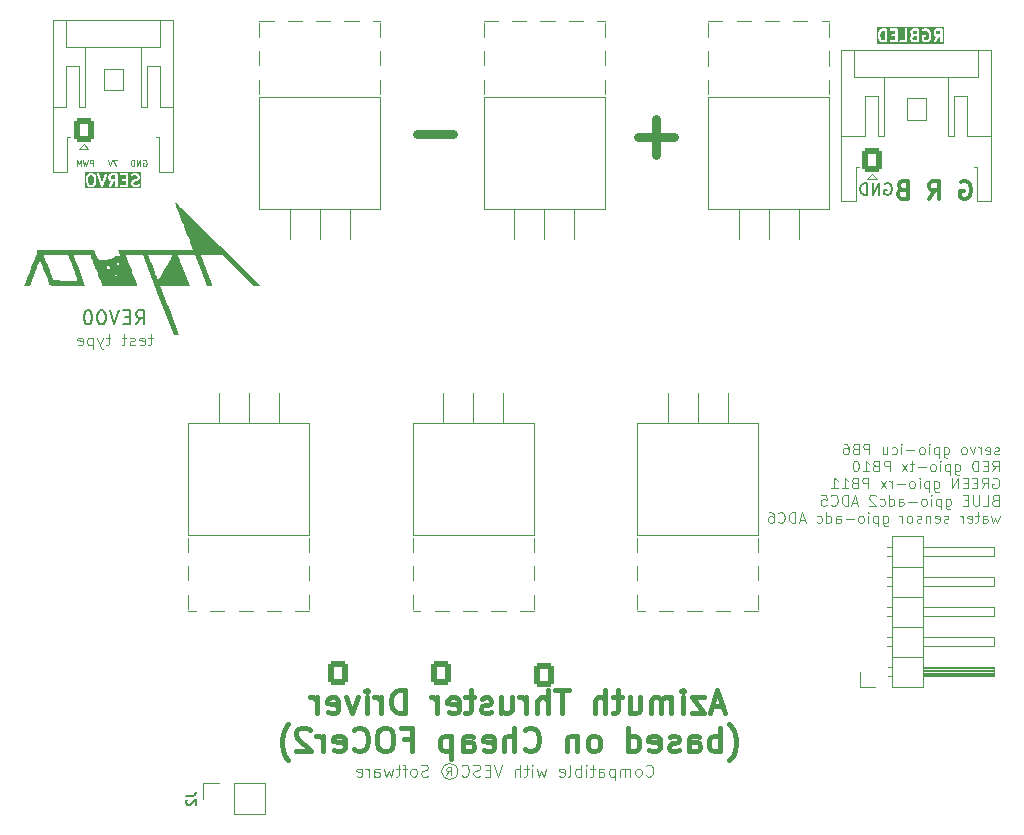
<source format=gbr>
%TF.GenerationSoftware,KiCad,Pcbnew,9.0.0*%
%TF.CreationDate,2025-07-24T21:17:22+09:00*%
%TF.ProjectId,AQUA_VESC,41515541-5f56-4455-9343-2e6b69636164,rev?*%
%TF.SameCoordinates,Original*%
%TF.FileFunction,Legend,Bot*%
%TF.FilePolarity,Positive*%
%FSLAX46Y46*%
G04 Gerber Fmt 4.6, Leading zero omitted, Abs format (unit mm)*
G04 Created by KiCad (PCBNEW 9.0.0) date 2025-07-24 21:17:22*
%MOMM*%
%LPD*%
G01*
G04 APERTURE LIST*
G04 Aperture macros list*
%AMRoundRect*
0 Rectangle with rounded corners*
0 $1 Rounding radius*
0 $2 $3 $4 $5 $6 $7 $8 $9 X,Y pos of 4 corners*
0 Add a 4 corners polygon primitive as box body*
4,1,4,$2,$3,$4,$5,$6,$7,$8,$9,$2,$3,0*
0 Add four circle primitives for the rounded corners*
1,1,$1+$1,$2,$3*
1,1,$1+$1,$4,$5*
1,1,$1+$1,$6,$7*
1,1,$1+$1,$8,$9*
0 Add four rect primitives between the rounded corners*
20,1,$1+$1,$2,$3,$4,$5,0*
20,1,$1+$1,$4,$5,$6,$7,0*
20,1,$1+$1,$6,$7,$8,$9,0*
20,1,$1+$1,$8,$9,$2,$3,0*%
G04 Aperture macros list end*
%ADD10C,0.112500*%
%ADD11C,0.200000*%
%ADD12C,0.100000*%
%ADD13C,0.800000*%
%ADD14C,0.150000*%
%ADD15C,0.400000*%
%ADD16C,0.300000*%
%ADD17C,0.120000*%
%ADD18C,0.000000*%
%ADD19C,3.200000*%
%ADD20RoundRect,0.250000X-0.600000X-0.725000X0.600000X-0.725000X0.600000X0.725000X-0.600000X0.725000X0*%
%ADD21O,1.700000X1.950000*%
%ADD22C,0.800000*%
%ADD23C,7.000000*%
%ADD24R,1.905000X2.000000*%
%ADD25O,1.905000X2.000000*%
%ADD26R,1.700000X1.700000*%
%ADD27O,1.700000X1.700000*%
G04 APERTURE END LIST*
D10*
X135254558Y-59545350D02*
X135168844Y-59588207D01*
X135168844Y-59588207D02*
X134997415Y-59588207D01*
X134997415Y-59588207D02*
X134911701Y-59545350D01*
X134911701Y-59545350D02*
X134868844Y-59459635D01*
X134868844Y-59459635D02*
X134868844Y-59416778D01*
X134868844Y-59416778D02*
X134911701Y-59331064D01*
X134911701Y-59331064D02*
X134997415Y-59288207D01*
X134997415Y-59288207D02*
X135125987Y-59288207D01*
X135125987Y-59288207D02*
X135211701Y-59245350D01*
X135211701Y-59245350D02*
X135254558Y-59159635D01*
X135254558Y-59159635D02*
X135254558Y-59116778D01*
X135254558Y-59116778D02*
X135211701Y-59031064D01*
X135211701Y-59031064D02*
X135125987Y-58988207D01*
X135125987Y-58988207D02*
X134997415Y-58988207D01*
X134997415Y-58988207D02*
X134911701Y-59031064D01*
X134140273Y-59545350D02*
X134225987Y-59588207D01*
X134225987Y-59588207D02*
X134397416Y-59588207D01*
X134397416Y-59588207D02*
X134483130Y-59545350D01*
X134483130Y-59545350D02*
X134525987Y-59459635D01*
X134525987Y-59459635D02*
X134525987Y-59116778D01*
X134525987Y-59116778D02*
X134483130Y-59031064D01*
X134483130Y-59031064D02*
X134397416Y-58988207D01*
X134397416Y-58988207D02*
X134225987Y-58988207D01*
X134225987Y-58988207D02*
X134140273Y-59031064D01*
X134140273Y-59031064D02*
X134097416Y-59116778D01*
X134097416Y-59116778D02*
X134097416Y-59202492D01*
X134097416Y-59202492D02*
X134525987Y-59288207D01*
X133711701Y-59588207D02*
X133711701Y-58988207D01*
X133711701Y-59159635D02*
X133668844Y-59073921D01*
X133668844Y-59073921D02*
X133625987Y-59031064D01*
X133625987Y-59031064D02*
X133540272Y-58988207D01*
X133540272Y-58988207D02*
X133454558Y-58988207D01*
X133240272Y-58988207D02*
X133025986Y-59588207D01*
X133025986Y-59588207D02*
X132811701Y-58988207D01*
X132340272Y-59588207D02*
X132425987Y-59545350D01*
X132425987Y-59545350D02*
X132468844Y-59502492D01*
X132468844Y-59502492D02*
X132511701Y-59416778D01*
X132511701Y-59416778D02*
X132511701Y-59159635D01*
X132511701Y-59159635D02*
X132468844Y-59073921D01*
X132468844Y-59073921D02*
X132425987Y-59031064D01*
X132425987Y-59031064D02*
X132340272Y-58988207D01*
X132340272Y-58988207D02*
X132211701Y-58988207D01*
X132211701Y-58988207D02*
X132125987Y-59031064D01*
X132125987Y-59031064D02*
X132083130Y-59073921D01*
X132083130Y-59073921D02*
X132040272Y-59159635D01*
X132040272Y-59159635D02*
X132040272Y-59416778D01*
X132040272Y-59416778D02*
X132083130Y-59502492D01*
X132083130Y-59502492D02*
X132125987Y-59545350D01*
X132125987Y-59545350D02*
X132211701Y-59588207D01*
X132211701Y-59588207D02*
X132340272Y-59588207D01*
X130583130Y-58988207D02*
X130583130Y-59716778D01*
X130583130Y-59716778D02*
X130625987Y-59802492D01*
X130625987Y-59802492D02*
X130668844Y-59845350D01*
X130668844Y-59845350D02*
X130754558Y-59888207D01*
X130754558Y-59888207D02*
X130883130Y-59888207D01*
X130883130Y-59888207D02*
X130968844Y-59845350D01*
X130583130Y-59545350D02*
X130668844Y-59588207D01*
X130668844Y-59588207D02*
X130840272Y-59588207D01*
X130840272Y-59588207D02*
X130925987Y-59545350D01*
X130925987Y-59545350D02*
X130968844Y-59502492D01*
X130968844Y-59502492D02*
X131011701Y-59416778D01*
X131011701Y-59416778D02*
X131011701Y-59159635D01*
X131011701Y-59159635D02*
X130968844Y-59073921D01*
X130968844Y-59073921D02*
X130925987Y-59031064D01*
X130925987Y-59031064D02*
X130840272Y-58988207D01*
X130840272Y-58988207D02*
X130668844Y-58988207D01*
X130668844Y-58988207D02*
X130583130Y-59031064D01*
X130154558Y-58988207D02*
X130154558Y-59888207D01*
X130154558Y-59031064D02*
X130068844Y-58988207D01*
X130068844Y-58988207D02*
X129897415Y-58988207D01*
X129897415Y-58988207D02*
X129811701Y-59031064D01*
X129811701Y-59031064D02*
X129768844Y-59073921D01*
X129768844Y-59073921D02*
X129725986Y-59159635D01*
X129725986Y-59159635D02*
X129725986Y-59416778D01*
X129725986Y-59416778D02*
X129768844Y-59502492D01*
X129768844Y-59502492D02*
X129811701Y-59545350D01*
X129811701Y-59545350D02*
X129897415Y-59588207D01*
X129897415Y-59588207D02*
X130068844Y-59588207D01*
X130068844Y-59588207D02*
X130154558Y-59545350D01*
X129340272Y-59588207D02*
X129340272Y-58988207D01*
X129340272Y-58688207D02*
X129383129Y-58731064D01*
X129383129Y-58731064D02*
X129340272Y-58773921D01*
X129340272Y-58773921D02*
X129297415Y-58731064D01*
X129297415Y-58731064D02*
X129340272Y-58688207D01*
X129340272Y-58688207D02*
X129340272Y-58773921D01*
X128783129Y-59588207D02*
X128868844Y-59545350D01*
X128868844Y-59545350D02*
X128911701Y-59502492D01*
X128911701Y-59502492D02*
X128954558Y-59416778D01*
X128954558Y-59416778D02*
X128954558Y-59159635D01*
X128954558Y-59159635D02*
X128911701Y-59073921D01*
X128911701Y-59073921D02*
X128868844Y-59031064D01*
X128868844Y-59031064D02*
X128783129Y-58988207D01*
X128783129Y-58988207D02*
X128654558Y-58988207D01*
X128654558Y-58988207D02*
X128568844Y-59031064D01*
X128568844Y-59031064D02*
X128525987Y-59073921D01*
X128525987Y-59073921D02*
X128483129Y-59159635D01*
X128483129Y-59159635D02*
X128483129Y-59416778D01*
X128483129Y-59416778D02*
X128525987Y-59502492D01*
X128525987Y-59502492D02*
X128568844Y-59545350D01*
X128568844Y-59545350D02*
X128654558Y-59588207D01*
X128654558Y-59588207D02*
X128783129Y-59588207D01*
X128097415Y-59245350D02*
X127411701Y-59245350D01*
X126983129Y-59588207D02*
X126983129Y-58988207D01*
X126983129Y-58688207D02*
X127025986Y-58731064D01*
X127025986Y-58731064D02*
X126983129Y-58773921D01*
X126983129Y-58773921D02*
X126940272Y-58731064D01*
X126940272Y-58731064D02*
X126983129Y-58688207D01*
X126983129Y-58688207D02*
X126983129Y-58773921D01*
X126168844Y-59545350D02*
X126254558Y-59588207D01*
X126254558Y-59588207D02*
X126425986Y-59588207D01*
X126425986Y-59588207D02*
X126511701Y-59545350D01*
X126511701Y-59545350D02*
X126554558Y-59502492D01*
X126554558Y-59502492D02*
X126597415Y-59416778D01*
X126597415Y-59416778D02*
X126597415Y-59159635D01*
X126597415Y-59159635D02*
X126554558Y-59073921D01*
X126554558Y-59073921D02*
X126511701Y-59031064D01*
X126511701Y-59031064D02*
X126425986Y-58988207D01*
X126425986Y-58988207D02*
X126254558Y-58988207D01*
X126254558Y-58988207D02*
X126168844Y-59031064D01*
X125397415Y-58988207D02*
X125397415Y-59588207D01*
X125783129Y-58988207D02*
X125783129Y-59459635D01*
X125783129Y-59459635D02*
X125740272Y-59545350D01*
X125740272Y-59545350D02*
X125654557Y-59588207D01*
X125654557Y-59588207D02*
X125525986Y-59588207D01*
X125525986Y-59588207D02*
X125440272Y-59545350D01*
X125440272Y-59545350D02*
X125397415Y-59502492D01*
X124283129Y-59588207D02*
X124283129Y-58688207D01*
X124283129Y-58688207D02*
X123940272Y-58688207D01*
X123940272Y-58688207D02*
X123854557Y-58731064D01*
X123854557Y-58731064D02*
X123811700Y-58773921D01*
X123811700Y-58773921D02*
X123768843Y-58859635D01*
X123768843Y-58859635D02*
X123768843Y-58988207D01*
X123768843Y-58988207D02*
X123811700Y-59073921D01*
X123811700Y-59073921D02*
X123854557Y-59116778D01*
X123854557Y-59116778D02*
X123940272Y-59159635D01*
X123940272Y-59159635D02*
X124283129Y-59159635D01*
X123083129Y-59116778D02*
X122954557Y-59159635D01*
X122954557Y-59159635D02*
X122911700Y-59202492D01*
X122911700Y-59202492D02*
X122868843Y-59288207D01*
X122868843Y-59288207D02*
X122868843Y-59416778D01*
X122868843Y-59416778D02*
X122911700Y-59502492D01*
X122911700Y-59502492D02*
X122954557Y-59545350D01*
X122954557Y-59545350D02*
X123040272Y-59588207D01*
X123040272Y-59588207D02*
X123383129Y-59588207D01*
X123383129Y-59588207D02*
X123383129Y-58688207D01*
X123383129Y-58688207D02*
X123083129Y-58688207D01*
X123083129Y-58688207D02*
X122997415Y-58731064D01*
X122997415Y-58731064D02*
X122954557Y-58773921D01*
X122954557Y-58773921D02*
X122911700Y-58859635D01*
X122911700Y-58859635D02*
X122911700Y-58945350D01*
X122911700Y-58945350D02*
X122954557Y-59031064D01*
X122954557Y-59031064D02*
X122997415Y-59073921D01*
X122997415Y-59073921D02*
X123083129Y-59116778D01*
X123083129Y-59116778D02*
X123383129Y-59116778D01*
X122097415Y-58688207D02*
X122268843Y-58688207D01*
X122268843Y-58688207D02*
X122354557Y-58731064D01*
X122354557Y-58731064D02*
X122397415Y-58773921D01*
X122397415Y-58773921D02*
X122483129Y-58902492D01*
X122483129Y-58902492D02*
X122525986Y-59073921D01*
X122525986Y-59073921D02*
X122525986Y-59416778D01*
X122525986Y-59416778D02*
X122483129Y-59502492D01*
X122483129Y-59502492D02*
X122440272Y-59545350D01*
X122440272Y-59545350D02*
X122354557Y-59588207D01*
X122354557Y-59588207D02*
X122183129Y-59588207D01*
X122183129Y-59588207D02*
X122097415Y-59545350D01*
X122097415Y-59545350D02*
X122054557Y-59502492D01*
X122054557Y-59502492D02*
X122011700Y-59416778D01*
X122011700Y-59416778D02*
X122011700Y-59202492D01*
X122011700Y-59202492D02*
X122054557Y-59116778D01*
X122054557Y-59116778D02*
X122097415Y-59073921D01*
X122097415Y-59073921D02*
X122183129Y-59031064D01*
X122183129Y-59031064D02*
X122354557Y-59031064D01*
X122354557Y-59031064D02*
X122440272Y-59073921D01*
X122440272Y-59073921D02*
X122483129Y-59116778D01*
X122483129Y-59116778D02*
X122525986Y-59202492D01*
X134697415Y-61037157D02*
X134997415Y-60608585D01*
X135211701Y-61037157D02*
X135211701Y-60137157D01*
X135211701Y-60137157D02*
X134868844Y-60137157D01*
X134868844Y-60137157D02*
X134783129Y-60180014D01*
X134783129Y-60180014D02*
X134740272Y-60222871D01*
X134740272Y-60222871D02*
X134697415Y-60308585D01*
X134697415Y-60308585D02*
X134697415Y-60437157D01*
X134697415Y-60437157D02*
X134740272Y-60522871D01*
X134740272Y-60522871D02*
X134783129Y-60565728D01*
X134783129Y-60565728D02*
X134868844Y-60608585D01*
X134868844Y-60608585D02*
X135211701Y-60608585D01*
X134311701Y-60565728D02*
X134011701Y-60565728D01*
X133883129Y-61037157D02*
X134311701Y-61037157D01*
X134311701Y-61037157D02*
X134311701Y-60137157D01*
X134311701Y-60137157D02*
X133883129Y-60137157D01*
X133497415Y-61037157D02*
X133497415Y-60137157D01*
X133497415Y-60137157D02*
X133283129Y-60137157D01*
X133283129Y-60137157D02*
X133154558Y-60180014D01*
X133154558Y-60180014D02*
X133068843Y-60265728D01*
X133068843Y-60265728D02*
X133025986Y-60351442D01*
X133025986Y-60351442D02*
X132983129Y-60522871D01*
X132983129Y-60522871D02*
X132983129Y-60651442D01*
X132983129Y-60651442D02*
X133025986Y-60822871D01*
X133025986Y-60822871D02*
X133068843Y-60908585D01*
X133068843Y-60908585D02*
X133154558Y-60994300D01*
X133154558Y-60994300D02*
X133283129Y-61037157D01*
X133283129Y-61037157D02*
X133497415Y-61037157D01*
X131525987Y-60437157D02*
X131525987Y-61165728D01*
X131525987Y-61165728D02*
X131568844Y-61251442D01*
X131568844Y-61251442D02*
X131611701Y-61294300D01*
X131611701Y-61294300D02*
X131697415Y-61337157D01*
X131697415Y-61337157D02*
X131825987Y-61337157D01*
X131825987Y-61337157D02*
X131911701Y-61294300D01*
X131525987Y-60994300D02*
X131611701Y-61037157D01*
X131611701Y-61037157D02*
X131783129Y-61037157D01*
X131783129Y-61037157D02*
X131868844Y-60994300D01*
X131868844Y-60994300D02*
X131911701Y-60951442D01*
X131911701Y-60951442D02*
X131954558Y-60865728D01*
X131954558Y-60865728D02*
X131954558Y-60608585D01*
X131954558Y-60608585D02*
X131911701Y-60522871D01*
X131911701Y-60522871D02*
X131868844Y-60480014D01*
X131868844Y-60480014D02*
X131783129Y-60437157D01*
X131783129Y-60437157D02*
X131611701Y-60437157D01*
X131611701Y-60437157D02*
X131525987Y-60480014D01*
X131097415Y-60437157D02*
X131097415Y-61337157D01*
X131097415Y-60480014D02*
X131011701Y-60437157D01*
X131011701Y-60437157D02*
X130840272Y-60437157D01*
X130840272Y-60437157D02*
X130754558Y-60480014D01*
X130754558Y-60480014D02*
X130711701Y-60522871D01*
X130711701Y-60522871D02*
X130668843Y-60608585D01*
X130668843Y-60608585D02*
X130668843Y-60865728D01*
X130668843Y-60865728D02*
X130711701Y-60951442D01*
X130711701Y-60951442D02*
X130754558Y-60994300D01*
X130754558Y-60994300D02*
X130840272Y-61037157D01*
X130840272Y-61037157D02*
X131011701Y-61037157D01*
X131011701Y-61037157D02*
X131097415Y-60994300D01*
X130283129Y-61037157D02*
X130283129Y-60437157D01*
X130283129Y-60137157D02*
X130325986Y-60180014D01*
X130325986Y-60180014D02*
X130283129Y-60222871D01*
X130283129Y-60222871D02*
X130240272Y-60180014D01*
X130240272Y-60180014D02*
X130283129Y-60137157D01*
X130283129Y-60137157D02*
X130283129Y-60222871D01*
X129725986Y-61037157D02*
X129811701Y-60994300D01*
X129811701Y-60994300D02*
X129854558Y-60951442D01*
X129854558Y-60951442D02*
X129897415Y-60865728D01*
X129897415Y-60865728D02*
X129897415Y-60608585D01*
X129897415Y-60608585D02*
X129854558Y-60522871D01*
X129854558Y-60522871D02*
X129811701Y-60480014D01*
X129811701Y-60480014D02*
X129725986Y-60437157D01*
X129725986Y-60437157D02*
X129597415Y-60437157D01*
X129597415Y-60437157D02*
X129511701Y-60480014D01*
X129511701Y-60480014D02*
X129468844Y-60522871D01*
X129468844Y-60522871D02*
X129425986Y-60608585D01*
X129425986Y-60608585D02*
X129425986Y-60865728D01*
X129425986Y-60865728D02*
X129468844Y-60951442D01*
X129468844Y-60951442D02*
X129511701Y-60994300D01*
X129511701Y-60994300D02*
X129597415Y-61037157D01*
X129597415Y-61037157D02*
X129725986Y-61037157D01*
X129040272Y-60694300D02*
X128354558Y-60694300D01*
X128054557Y-60437157D02*
X127711700Y-60437157D01*
X127925986Y-60137157D02*
X127925986Y-60908585D01*
X127925986Y-60908585D02*
X127883129Y-60994300D01*
X127883129Y-60994300D02*
X127797414Y-61037157D01*
X127797414Y-61037157D02*
X127711700Y-61037157D01*
X127497414Y-61037157D02*
X127025986Y-60437157D01*
X127497414Y-60437157D02*
X127025986Y-61037157D01*
X125997415Y-61037157D02*
X125997415Y-60137157D01*
X125997415Y-60137157D02*
X125654558Y-60137157D01*
X125654558Y-60137157D02*
X125568843Y-60180014D01*
X125568843Y-60180014D02*
X125525986Y-60222871D01*
X125525986Y-60222871D02*
X125483129Y-60308585D01*
X125483129Y-60308585D02*
X125483129Y-60437157D01*
X125483129Y-60437157D02*
X125525986Y-60522871D01*
X125525986Y-60522871D02*
X125568843Y-60565728D01*
X125568843Y-60565728D02*
X125654558Y-60608585D01*
X125654558Y-60608585D02*
X125997415Y-60608585D01*
X124797415Y-60565728D02*
X124668843Y-60608585D01*
X124668843Y-60608585D02*
X124625986Y-60651442D01*
X124625986Y-60651442D02*
X124583129Y-60737157D01*
X124583129Y-60737157D02*
X124583129Y-60865728D01*
X124583129Y-60865728D02*
X124625986Y-60951442D01*
X124625986Y-60951442D02*
X124668843Y-60994300D01*
X124668843Y-60994300D02*
X124754558Y-61037157D01*
X124754558Y-61037157D02*
X125097415Y-61037157D01*
X125097415Y-61037157D02*
X125097415Y-60137157D01*
X125097415Y-60137157D02*
X124797415Y-60137157D01*
X124797415Y-60137157D02*
X124711701Y-60180014D01*
X124711701Y-60180014D02*
X124668843Y-60222871D01*
X124668843Y-60222871D02*
X124625986Y-60308585D01*
X124625986Y-60308585D02*
X124625986Y-60394300D01*
X124625986Y-60394300D02*
X124668843Y-60480014D01*
X124668843Y-60480014D02*
X124711701Y-60522871D01*
X124711701Y-60522871D02*
X124797415Y-60565728D01*
X124797415Y-60565728D02*
X125097415Y-60565728D01*
X123725986Y-61037157D02*
X124240272Y-61037157D01*
X123983129Y-61037157D02*
X123983129Y-60137157D01*
X123983129Y-60137157D02*
X124068843Y-60265728D01*
X124068843Y-60265728D02*
X124154558Y-60351442D01*
X124154558Y-60351442D02*
X124240272Y-60394300D01*
X123168843Y-60137157D02*
X123083129Y-60137157D01*
X123083129Y-60137157D02*
X122997415Y-60180014D01*
X122997415Y-60180014D02*
X122954558Y-60222871D01*
X122954558Y-60222871D02*
X122911700Y-60308585D01*
X122911700Y-60308585D02*
X122868843Y-60480014D01*
X122868843Y-60480014D02*
X122868843Y-60694300D01*
X122868843Y-60694300D02*
X122911700Y-60865728D01*
X122911700Y-60865728D02*
X122954558Y-60951442D01*
X122954558Y-60951442D02*
X122997415Y-60994300D01*
X122997415Y-60994300D02*
X123083129Y-61037157D01*
X123083129Y-61037157D02*
X123168843Y-61037157D01*
X123168843Y-61037157D02*
X123254558Y-60994300D01*
X123254558Y-60994300D02*
X123297415Y-60951442D01*
X123297415Y-60951442D02*
X123340272Y-60865728D01*
X123340272Y-60865728D02*
X123383129Y-60694300D01*
X123383129Y-60694300D02*
X123383129Y-60480014D01*
X123383129Y-60480014D02*
X123340272Y-60308585D01*
X123340272Y-60308585D02*
X123297415Y-60222871D01*
X123297415Y-60222871D02*
X123254558Y-60180014D01*
X123254558Y-60180014D02*
X123168843Y-60137157D01*
X134740272Y-61628964D02*
X134825987Y-61586107D01*
X134825987Y-61586107D02*
X134954558Y-61586107D01*
X134954558Y-61586107D02*
X135083129Y-61628964D01*
X135083129Y-61628964D02*
X135168844Y-61714678D01*
X135168844Y-61714678D02*
X135211701Y-61800392D01*
X135211701Y-61800392D02*
X135254558Y-61971821D01*
X135254558Y-61971821D02*
X135254558Y-62100392D01*
X135254558Y-62100392D02*
X135211701Y-62271821D01*
X135211701Y-62271821D02*
X135168844Y-62357535D01*
X135168844Y-62357535D02*
X135083129Y-62443250D01*
X135083129Y-62443250D02*
X134954558Y-62486107D01*
X134954558Y-62486107D02*
X134868844Y-62486107D01*
X134868844Y-62486107D02*
X134740272Y-62443250D01*
X134740272Y-62443250D02*
X134697415Y-62400392D01*
X134697415Y-62400392D02*
X134697415Y-62100392D01*
X134697415Y-62100392D02*
X134868844Y-62100392D01*
X133797415Y-62486107D02*
X134097415Y-62057535D01*
X134311701Y-62486107D02*
X134311701Y-61586107D01*
X134311701Y-61586107D02*
X133968844Y-61586107D01*
X133968844Y-61586107D02*
X133883129Y-61628964D01*
X133883129Y-61628964D02*
X133840272Y-61671821D01*
X133840272Y-61671821D02*
X133797415Y-61757535D01*
X133797415Y-61757535D02*
X133797415Y-61886107D01*
X133797415Y-61886107D02*
X133840272Y-61971821D01*
X133840272Y-61971821D02*
X133883129Y-62014678D01*
X133883129Y-62014678D02*
X133968844Y-62057535D01*
X133968844Y-62057535D02*
X134311701Y-62057535D01*
X133411701Y-62014678D02*
X133111701Y-62014678D01*
X132983129Y-62486107D02*
X133411701Y-62486107D01*
X133411701Y-62486107D02*
X133411701Y-61586107D01*
X133411701Y-61586107D02*
X132983129Y-61586107D01*
X132597415Y-62014678D02*
X132297415Y-62014678D01*
X132168843Y-62486107D02*
X132597415Y-62486107D01*
X132597415Y-62486107D02*
X132597415Y-61586107D01*
X132597415Y-61586107D02*
X132168843Y-61586107D01*
X131783129Y-62486107D02*
X131783129Y-61586107D01*
X131783129Y-61586107D02*
X131268843Y-62486107D01*
X131268843Y-62486107D02*
X131268843Y-61586107D01*
X129768844Y-61886107D02*
X129768844Y-62614678D01*
X129768844Y-62614678D02*
X129811701Y-62700392D01*
X129811701Y-62700392D02*
X129854558Y-62743250D01*
X129854558Y-62743250D02*
X129940272Y-62786107D01*
X129940272Y-62786107D02*
X130068844Y-62786107D01*
X130068844Y-62786107D02*
X130154558Y-62743250D01*
X129768844Y-62443250D02*
X129854558Y-62486107D01*
X129854558Y-62486107D02*
X130025986Y-62486107D01*
X130025986Y-62486107D02*
X130111701Y-62443250D01*
X130111701Y-62443250D02*
X130154558Y-62400392D01*
X130154558Y-62400392D02*
X130197415Y-62314678D01*
X130197415Y-62314678D02*
X130197415Y-62057535D01*
X130197415Y-62057535D02*
X130154558Y-61971821D01*
X130154558Y-61971821D02*
X130111701Y-61928964D01*
X130111701Y-61928964D02*
X130025986Y-61886107D01*
X130025986Y-61886107D02*
X129854558Y-61886107D01*
X129854558Y-61886107D02*
X129768844Y-61928964D01*
X129340272Y-61886107D02*
X129340272Y-62786107D01*
X129340272Y-61928964D02*
X129254558Y-61886107D01*
X129254558Y-61886107D02*
X129083129Y-61886107D01*
X129083129Y-61886107D02*
X128997415Y-61928964D01*
X128997415Y-61928964D02*
X128954558Y-61971821D01*
X128954558Y-61971821D02*
X128911700Y-62057535D01*
X128911700Y-62057535D02*
X128911700Y-62314678D01*
X128911700Y-62314678D02*
X128954558Y-62400392D01*
X128954558Y-62400392D02*
X128997415Y-62443250D01*
X128997415Y-62443250D02*
X129083129Y-62486107D01*
X129083129Y-62486107D02*
X129254558Y-62486107D01*
X129254558Y-62486107D02*
X129340272Y-62443250D01*
X128525986Y-62486107D02*
X128525986Y-61886107D01*
X128525986Y-61586107D02*
X128568843Y-61628964D01*
X128568843Y-61628964D02*
X128525986Y-61671821D01*
X128525986Y-61671821D02*
X128483129Y-61628964D01*
X128483129Y-61628964D02*
X128525986Y-61586107D01*
X128525986Y-61586107D02*
X128525986Y-61671821D01*
X127968843Y-62486107D02*
X128054558Y-62443250D01*
X128054558Y-62443250D02*
X128097415Y-62400392D01*
X128097415Y-62400392D02*
X128140272Y-62314678D01*
X128140272Y-62314678D02*
X128140272Y-62057535D01*
X128140272Y-62057535D02*
X128097415Y-61971821D01*
X128097415Y-61971821D02*
X128054558Y-61928964D01*
X128054558Y-61928964D02*
X127968843Y-61886107D01*
X127968843Y-61886107D02*
X127840272Y-61886107D01*
X127840272Y-61886107D02*
X127754558Y-61928964D01*
X127754558Y-61928964D02*
X127711701Y-61971821D01*
X127711701Y-61971821D02*
X127668843Y-62057535D01*
X127668843Y-62057535D02*
X127668843Y-62314678D01*
X127668843Y-62314678D02*
X127711701Y-62400392D01*
X127711701Y-62400392D02*
X127754558Y-62443250D01*
X127754558Y-62443250D02*
X127840272Y-62486107D01*
X127840272Y-62486107D02*
X127968843Y-62486107D01*
X127283129Y-62143250D02*
X126597415Y-62143250D01*
X126168843Y-62486107D02*
X126168843Y-61886107D01*
X126168843Y-62057535D02*
X126125986Y-61971821D01*
X126125986Y-61971821D02*
X126083129Y-61928964D01*
X126083129Y-61928964D02*
X125997414Y-61886107D01*
X125997414Y-61886107D02*
X125911700Y-61886107D01*
X125697414Y-62486107D02*
X125225986Y-61886107D01*
X125697414Y-61886107D02*
X125225986Y-62486107D01*
X124197415Y-62486107D02*
X124197415Y-61586107D01*
X124197415Y-61586107D02*
X123854558Y-61586107D01*
X123854558Y-61586107D02*
X123768843Y-61628964D01*
X123768843Y-61628964D02*
X123725986Y-61671821D01*
X123725986Y-61671821D02*
X123683129Y-61757535D01*
X123683129Y-61757535D02*
X123683129Y-61886107D01*
X123683129Y-61886107D02*
X123725986Y-61971821D01*
X123725986Y-61971821D02*
X123768843Y-62014678D01*
X123768843Y-62014678D02*
X123854558Y-62057535D01*
X123854558Y-62057535D02*
X124197415Y-62057535D01*
X122997415Y-62014678D02*
X122868843Y-62057535D01*
X122868843Y-62057535D02*
X122825986Y-62100392D01*
X122825986Y-62100392D02*
X122783129Y-62186107D01*
X122783129Y-62186107D02*
X122783129Y-62314678D01*
X122783129Y-62314678D02*
X122825986Y-62400392D01*
X122825986Y-62400392D02*
X122868843Y-62443250D01*
X122868843Y-62443250D02*
X122954558Y-62486107D01*
X122954558Y-62486107D02*
X123297415Y-62486107D01*
X123297415Y-62486107D02*
X123297415Y-61586107D01*
X123297415Y-61586107D02*
X122997415Y-61586107D01*
X122997415Y-61586107D02*
X122911701Y-61628964D01*
X122911701Y-61628964D02*
X122868843Y-61671821D01*
X122868843Y-61671821D02*
X122825986Y-61757535D01*
X122825986Y-61757535D02*
X122825986Y-61843250D01*
X122825986Y-61843250D02*
X122868843Y-61928964D01*
X122868843Y-61928964D02*
X122911701Y-61971821D01*
X122911701Y-61971821D02*
X122997415Y-62014678D01*
X122997415Y-62014678D02*
X123297415Y-62014678D01*
X121925986Y-62486107D02*
X122440272Y-62486107D01*
X122183129Y-62486107D02*
X122183129Y-61586107D01*
X122183129Y-61586107D02*
X122268843Y-61714678D01*
X122268843Y-61714678D02*
X122354558Y-61800392D01*
X122354558Y-61800392D02*
X122440272Y-61843250D01*
X121068843Y-62486107D02*
X121583129Y-62486107D01*
X121325986Y-62486107D02*
X121325986Y-61586107D01*
X121325986Y-61586107D02*
X121411700Y-61714678D01*
X121411700Y-61714678D02*
X121497415Y-61800392D01*
X121497415Y-61800392D02*
X121583129Y-61843250D01*
X134911701Y-63463628D02*
X134783129Y-63506485D01*
X134783129Y-63506485D02*
X134740272Y-63549342D01*
X134740272Y-63549342D02*
X134697415Y-63635057D01*
X134697415Y-63635057D02*
X134697415Y-63763628D01*
X134697415Y-63763628D02*
X134740272Y-63849342D01*
X134740272Y-63849342D02*
X134783129Y-63892200D01*
X134783129Y-63892200D02*
X134868844Y-63935057D01*
X134868844Y-63935057D02*
X135211701Y-63935057D01*
X135211701Y-63935057D02*
X135211701Y-63035057D01*
X135211701Y-63035057D02*
X134911701Y-63035057D01*
X134911701Y-63035057D02*
X134825987Y-63077914D01*
X134825987Y-63077914D02*
X134783129Y-63120771D01*
X134783129Y-63120771D02*
X134740272Y-63206485D01*
X134740272Y-63206485D02*
X134740272Y-63292200D01*
X134740272Y-63292200D02*
X134783129Y-63377914D01*
X134783129Y-63377914D02*
X134825987Y-63420771D01*
X134825987Y-63420771D02*
X134911701Y-63463628D01*
X134911701Y-63463628D02*
X135211701Y-63463628D01*
X133883129Y-63935057D02*
X134311701Y-63935057D01*
X134311701Y-63935057D02*
X134311701Y-63035057D01*
X133583130Y-63035057D02*
X133583130Y-63763628D01*
X133583130Y-63763628D02*
X133540273Y-63849342D01*
X133540273Y-63849342D02*
X133497416Y-63892200D01*
X133497416Y-63892200D02*
X133411701Y-63935057D01*
X133411701Y-63935057D02*
X133240273Y-63935057D01*
X133240273Y-63935057D02*
X133154558Y-63892200D01*
X133154558Y-63892200D02*
X133111701Y-63849342D01*
X133111701Y-63849342D02*
X133068844Y-63763628D01*
X133068844Y-63763628D02*
X133068844Y-63035057D01*
X132640273Y-63463628D02*
X132340273Y-63463628D01*
X132211701Y-63935057D02*
X132640273Y-63935057D01*
X132640273Y-63935057D02*
X132640273Y-63035057D01*
X132640273Y-63035057D02*
X132211701Y-63035057D01*
X130754559Y-63335057D02*
X130754559Y-64063628D01*
X130754559Y-64063628D02*
X130797416Y-64149342D01*
X130797416Y-64149342D02*
X130840273Y-64192200D01*
X130840273Y-64192200D02*
X130925987Y-64235057D01*
X130925987Y-64235057D02*
X131054559Y-64235057D01*
X131054559Y-64235057D02*
X131140273Y-64192200D01*
X130754559Y-63892200D02*
X130840273Y-63935057D01*
X130840273Y-63935057D02*
X131011701Y-63935057D01*
X131011701Y-63935057D02*
X131097416Y-63892200D01*
X131097416Y-63892200D02*
X131140273Y-63849342D01*
X131140273Y-63849342D02*
X131183130Y-63763628D01*
X131183130Y-63763628D02*
X131183130Y-63506485D01*
X131183130Y-63506485D02*
X131140273Y-63420771D01*
X131140273Y-63420771D02*
X131097416Y-63377914D01*
X131097416Y-63377914D02*
X131011701Y-63335057D01*
X131011701Y-63335057D02*
X130840273Y-63335057D01*
X130840273Y-63335057D02*
X130754559Y-63377914D01*
X130325987Y-63335057D02*
X130325987Y-64235057D01*
X130325987Y-63377914D02*
X130240273Y-63335057D01*
X130240273Y-63335057D02*
X130068844Y-63335057D01*
X130068844Y-63335057D02*
X129983130Y-63377914D01*
X129983130Y-63377914D02*
X129940273Y-63420771D01*
X129940273Y-63420771D02*
X129897415Y-63506485D01*
X129897415Y-63506485D02*
X129897415Y-63763628D01*
X129897415Y-63763628D02*
X129940273Y-63849342D01*
X129940273Y-63849342D02*
X129983130Y-63892200D01*
X129983130Y-63892200D02*
X130068844Y-63935057D01*
X130068844Y-63935057D02*
X130240273Y-63935057D01*
X130240273Y-63935057D02*
X130325987Y-63892200D01*
X129511701Y-63935057D02*
X129511701Y-63335057D01*
X129511701Y-63035057D02*
X129554558Y-63077914D01*
X129554558Y-63077914D02*
X129511701Y-63120771D01*
X129511701Y-63120771D02*
X129468844Y-63077914D01*
X129468844Y-63077914D02*
X129511701Y-63035057D01*
X129511701Y-63035057D02*
X129511701Y-63120771D01*
X128954558Y-63935057D02*
X129040273Y-63892200D01*
X129040273Y-63892200D02*
X129083130Y-63849342D01*
X129083130Y-63849342D02*
X129125987Y-63763628D01*
X129125987Y-63763628D02*
X129125987Y-63506485D01*
X129125987Y-63506485D02*
X129083130Y-63420771D01*
X129083130Y-63420771D02*
X129040273Y-63377914D01*
X129040273Y-63377914D02*
X128954558Y-63335057D01*
X128954558Y-63335057D02*
X128825987Y-63335057D01*
X128825987Y-63335057D02*
X128740273Y-63377914D01*
X128740273Y-63377914D02*
X128697416Y-63420771D01*
X128697416Y-63420771D02*
X128654558Y-63506485D01*
X128654558Y-63506485D02*
X128654558Y-63763628D01*
X128654558Y-63763628D02*
X128697416Y-63849342D01*
X128697416Y-63849342D02*
X128740273Y-63892200D01*
X128740273Y-63892200D02*
X128825987Y-63935057D01*
X128825987Y-63935057D02*
X128954558Y-63935057D01*
X128268844Y-63592200D02*
X127583130Y-63592200D01*
X126768844Y-63935057D02*
X126768844Y-63463628D01*
X126768844Y-63463628D02*
X126811701Y-63377914D01*
X126811701Y-63377914D02*
X126897415Y-63335057D01*
X126897415Y-63335057D02*
X127068844Y-63335057D01*
X127068844Y-63335057D02*
X127154558Y-63377914D01*
X126768844Y-63892200D02*
X126854558Y-63935057D01*
X126854558Y-63935057D02*
X127068844Y-63935057D01*
X127068844Y-63935057D02*
X127154558Y-63892200D01*
X127154558Y-63892200D02*
X127197415Y-63806485D01*
X127197415Y-63806485D02*
X127197415Y-63720771D01*
X127197415Y-63720771D02*
X127154558Y-63635057D01*
X127154558Y-63635057D02*
X127068844Y-63592200D01*
X127068844Y-63592200D02*
X126854558Y-63592200D01*
X126854558Y-63592200D02*
X126768844Y-63549342D01*
X125954558Y-63935057D02*
X125954558Y-63035057D01*
X125954558Y-63892200D02*
X126040272Y-63935057D01*
X126040272Y-63935057D02*
X126211700Y-63935057D01*
X126211700Y-63935057D02*
X126297415Y-63892200D01*
X126297415Y-63892200D02*
X126340272Y-63849342D01*
X126340272Y-63849342D02*
X126383129Y-63763628D01*
X126383129Y-63763628D02*
X126383129Y-63506485D01*
X126383129Y-63506485D02*
X126340272Y-63420771D01*
X126340272Y-63420771D02*
X126297415Y-63377914D01*
X126297415Y-63377914D02*
X126211700Y-63335057D01*
X126211700Y-63335057D02*
X126040272Y-63335057D01*
X126040272Y-63335057D02*
X125954558Y-63377914D01*
X125140272Y-63892200D02*
X125225986Y-63935057D01*
X125225986Y-63935057D02*
X125397414Y-63935057D01*
X125397414Y-63935057D02*
X125483129Y-63892200D01*
X125483129Y-63892200D02*
X125525986Y-63849342D01*
X125525986Y-63849342D02*
X125568843Y-63763628D01*
X125568843Y-63763628D02*
X125568843Y-63506485D01*
X125568843Y-63506485D02*
X125525986Y-63420771D01*
X125525986Y-63420771D02*
X125483129Y-63377914D01*
X125483129Y-63377914D02*
X125397414Y-63335057D01*
X125397414Y-63335057D02*
X125225986Y-63335057D01*
X125225986Y-63335057D02*
X125140272Y-63377914D01*
X124797414Y-63120771D02*
X124754557Y-63077914D01*
X124754557Y-63077914D02*
X124668843Y-63035057D01*
X124668843Y-63035057D02*
X124454557Y-63035057D01*
X124454557Y-63035057D02*
X124368843Y-63077914D01*
X124368843Y-63077914D02*
X124325985Y-63120771D01*
X124325985Y-63120771D02*
X124283128Y-63206485D01*
X124283128Y-63206485D02*
X124283128Y-63292200D01*
X124283128Y-63292200D02*
X124325985Y-63420771D01*
X124325985Y-63420771D02*
X124840271Y-63935057D01*
X124840271Y-63935057D02*
X124283128Y-63935057D01*
X123254557Y-63677914D02*
X122825986Y-63677914D01*
X123340271Y-63935057D02*
X123040271Y-63035057D01*
X123040271Y-63035057D02*
X122740271Y-63935057D01*
X122440271Y-63935057D02*
X122440271Y-63035057D01*
X122440271Y-63035057D02*
X122225985Y-63035057D01*
X122225985Y-63035057D02*
X122097414Y-63077914D01*
X122097414Y-63077914D02*
X122011699Y-63163628D01*
X122011699Y-63163628D02*
X121968842Y-63249342D01*
X121968842Y-63249342D02*
X121925985Y-63420771D01*
X121925985Y-63420771D02*
X121925985Y-63549342D01*
X121925985Y-63549342D02*
X121968842Y-63720771D01*
X121968842Y-63720771D02*
X122011699Y-63806485D01*
X122011699Y-63806485D02*
X122097414Y-63892200D01*
X122097414Y-63892200D02*
X122225985Y-63935057D01*
X122225985Y-63935057D02*
X122440271Y-63935057D01*
X121025985Y-63849342D02*
X121068842Y-63892200D01*
X121068842Y-63892200D02*
X121197414Y-63935057D01*
X121197414Y-63935057D02*
X121283128Y-63935057D01*
X121283128Y-63935057D02*
X121411699Y-63892200D01*
X121411699Y-63892200D02*
X121497414Y-63806485D01*
X121497414Y-63806485D02*
X121540271Y-63720771D01*
X121540271Y-63720771D02*
X121583128Y-63549342D01*
X121583128Y-63549342D02*
X121583128Y-63420771D01*
X121583128Y-63420771D02*
X121540271Y-63249342D01*
X121540271Y-63249342D02*
X121497414Y-63163628D01*
X121497414Y-63163628D02*
X121411699Y-63077914D01*
X121411699Y-63077914D02*
X121283128Y-63035057D01*
X121283128Y-63035057D02*
X121197414Y-63035057D01*
X121197414Y-63035057D02*
X121068842Y-63077914D01*
X121068842Y-63077914D02*
X121025985Y-63120771D01*
X120211699Y-63035057D02*
X120640271Y-63035057D01*
X120640271Y-63035057D02*
X120683128Y-63463628D01*
X120683128Y-63463628D02*
X120640271Y-63420771D01*
X120640271Y-63420771D02*
X120554557Y-63377914D01*
X120554557Y-63377914D02*
X120340271Y-63377914D01*
X120340271Y-63377914D02*
X120254557Y-63420771D01*
X120254557Y-63420771D02*
X120211699Y-63463628D01*
X120211699Y-63463628D02*
X120168842Y-63549342D01*
X120168842Y-63549342D02*
X120168842Y-63763628D01*
X120168842Y-63763628D02*
X120211699Y-63849342D01*
X120211699Y-63849342D02*
X120254557Y-63892200D01*
X120254557Y-63892200D02*
X120340271Y-63935057D01*
X120340271Y-63935057D02*
X120554557Y-63935057D01*
X120554557Y-63935057D02*
X120640271Y-63892200D01*
X120640271Y-63892200D02*
X120683128Y-63849342D01*
X135297415Y-64784007D02*
X135125987Y-65384007D01*
X135125987Y-65384007D02*
X134954558Y-64955435D01*
X134954558Y-64955435D02*
X134783129Y-65384007D01*
X134783129Y-65384007D02*
X134611701Y-64784007D01*
X133883130Y-65384007D02*
X133883130Y-64912578D01*
X133883130Y-64912578D02*
X133925987Y-64826864D01*
X133925987Y-64826864D02*
X134011701Y-64784007D01*
X134011701Y-64784007D02*
X134183130Y-64784007D01*
X134183130Y-64784007D02*
X134268844Y-64826864D01*
X133883130Y-65341150D02*
X133968844Y-65384007D01*
X133968844Y-65384007D02*
X134183130Y-65384007D01*
X134183130Y-65384007D02*
X134268844Y-65341150D01*
X134268844Y-65341150D02*
X134311701Y-65255435D01*
X134311701Y-65255435D02*
X134311701Y-65169721D01*
X134311701Y-65169721D02*
X134268844Y-65084007D01*
X134268844Y-65084007D02*
X134183130Y-65041150D01*
X134183130Y-65041150D02*
X133968844Y-65041150D01*
X133968844Y-65041150D02*
X133883130Y-64998292D01*
X133583129Y-64784007D02*
X133240272Y-64784007D01*
X133454558Y-64484007D02*
X133454558Y-65255435D01*
X133454558Y-65255435D02*
X133411701Y-65341150D01*
X133411701Y-65341150D02*
X133325986Y-65384007D01*
X133325986Y-65384007D02*
X133240272Y-65384007D01*
X132597415Y-65341150D02*
X132683129Y-65384007D01*
X132683129Y-65384007D02*
X132854558Y-65384007D01*
X132854558Y-65384007D02*
X132940272Y-65341150D01*
X132940272Y-65341150D02*
X132983129Y-65255435D01*
X132983129Y-65255435D02*
X132983129Y-64912578D01*
X132983129Y-64912578D02*
X132940272Y-64826864D01*
X132940272Y-64826864D02*
X132854558Y-64784007D01*
X132854558Y-64784007D02*
X132683129Y-64784007D01*
X132683129Y-64784007D02*
X132597415Y-64826864D01*
X132597415Y-64826864D02*
X132554558Y-64912578D01*
X132554558Y-64912578D02*
X132554558Y-64998292D01*
X132554558Y-64998292D02*
X132983129Y-65084007D01*
X132168843Y-65384007D02*
X132168843Y-64784007D01*
X132168843Y-64955435D02*
X132125986Y-64869721D01*
X132125986Y-64869721D02*
X132083129Y-64826864D01*
X132083129Y-64826864D02*
X131997414Y-64784007D01*
X131997414Y-64784007D02*
X131911700Y-64784007D01*
X130968843Y-65341150D02*
X130883129Y-65384007D01*
X130883129Y-65384007D02*
X130711700Y-65384007D01*
X130711700Y-65384007D02*
X130625986Y-65341150D01*
X130625986Y-65341150D02*
X130583129Y-65255435D01*
X130583129Y-65255435D02*
X130583129Y-65212578D01*
X130583129Y-65212578D02*
X130625986Y-65126864D01*
X130625986Y-65126864D02*
X130711700Y-65084007D01*
X130711700Y-65084007D02*
X130840272Y-65084007D01*
X130840272Y-65084007D02*
X130925986Y-65041150D01*
X130925986Y-65041150D02*
X130968843Y-64955435D01*
X130968843Y-64955435D02*
X130968843Y-64912578D01*
X130968843Y-64912578D02*
X130925986Y-64826864D01*
X130925986Y-64826864D02*
X130840272Y-64784007D01*
X130840272Y-64784007D02*
X130711700Y-64784007D01*
X130711700Y-64784007D02*
X130625986Y-64826864D01*
X129854558Y-65341150D02*
X129940272Y-65384007D01*
X129940272Y-65384007D02*
X130111701Y-65384007D01*
X130111701Y-65384007D02*
X130197415Y-65341150D01*
X130197415Y-65341150D02*
X130240272Y-65255435D01*
X130240272Y-65255435D02*
X130240272Y-64912578D01*
X130240272Y-64912578D02*
X130197415Y-64826864D01*
X130197415Y-64826864D02*
X130111701Y-64784007D01*
X130111701Y-64784007D02*
X129940272Y-64784007D01*
X129940272Y-64784007D02*
X129854558Y-64826864D01*
X129854558Y-64826864D02*
X129811701Y-64912578D01*
X129811701Y-64912578D02*
X129811701Y-64998292D01*
X129811701Y-64998292D02*
X130240272Y-65084007D01*
X129425986Y-64784007D02*
X129425986Y-65384007D01*
X129425986Y-64869721D02*
X129383129Y-64826864D01*
X129383129Y-64826864D02*
X129297414Y-64784007D01*
X129297414Y-64784007D02*
X129168843Y-64784007D01*
X129168843Y-64784007D02*
X129083129Y-64826864D01*
X129083129Y-64826864D02*
X129040272Y-64912578D01*
X129040272Y-64912578D02*
X129040272Y-65384007D01*
X128654557Y-65341150D02*
X128568843Y-65384007D01*
X128568843Y-65384007D02*
X128397414Y-65384007D01*
X128397414Y-65384007D02*
X128311700Y-65341150D01*
X128311700Y-65341150D02*
X128268843Y-65255435D01*
X128268843Y-65255435D02*
X128268843Y-65212578D01*
X128268843Y-65212578D02*
X128311700Y-65126864D01*
X128311700Y-65126864D02*
X128397414Y-65084007D01*
X128397414Y-65084007D02*
X128525986Y-65084007D01*
X128525986Y-65084007D02*
X128611700Y-65041150D01*
X128611700Y-65041150D02*
X128654557Y-64955435D01*
X128654557Y-64955435D02*
X128654557Y-64912578D01*
X128654557Y-64912578D02*
X128611700Y-64826864D01*
X128611700Y-64826864D02*
X128525986Y-64784007D01*
X128525986Y-64784007D02*
X128397414Y-64784007D01*
X128397414Y-64784007D02*
X128311700Y-64826864D01*
X127754557Y-65384007D02*
X127840272Y-65341150D01*
X127840272Y-65341150D02*
X127883129Y-65298292D01*
X127883129Y-65298292D02*
X127925986Y-65212578D01*
X127925986Y-65212578D02*
X127925986Y-64955435D01*
X127925986Y-64955435D02*
X127883129Y-64869721D01*
X127883129Y-64869721D02*
X127840272Y-64826864D01*
X127840272Y-64826864D02*
X127754557Y-64784007D01*
X127754557Y-64784007D02*
X127625986Y-64784007D01*
X127625986Y-64784007D02*
X127540272Y-64826864D01*
X127540272Y-64826864D02*
X127497415Y-64869721D01*
X127497415Y-64869721D02*
X127454557Y-64955435D01*
X127454557Y-64955435D02*
X127454557Y-65212578D01*
X127454557Y-65212578D02*
X127497415Y-65298292D01*
X127497415Y-65298292D02*
X127540272Y-65341150D01*
X127540272Y-65341150D02*
X127625986Y-65384007D01*
X127625986Y-65384007D02*
X127754557Y-65384007D01*
X127068843Y-65384007D02*
X127068843Y-64784007D01*
X127068843Y-64955435D02*
X127025986Y-64869721D01*
X127025986Y-64869721D02*
X126983129Y-64826864D01*
X126983129Y-64826864D02*
X126897414Y-64784007D01*
X126897414Y-64784007D02*
X126811700Y-64784007D01*
X125440272Y-64784007D02*
X125440272Y-65512578D01*
X125440272Y-65512578D02*
X125483129Y-65598292D01*
X125483129Y-65598292D02*
X125525986Y-65641150D01*
X125525986Y-65641150D02*
X125611700Y-65684007D01*
X125611700Y-65684007D02*
X125740272Y-65684007D01*
X125740272Y-65684007D02*
X125825986Y-65641150D01*
X125440272Y-65341150D02*
X125525986Y-65384007D01*
X125525986Y-65384007D02*
X125697414Y-65384007D01*
X125697414Y-65384007D02*
X125783129Y-65341150D01*
X125783129Y-65341150D02*
X125825986Y-65298292D01*
X125825986Y-65298292D02*
X125868843Y-65212578D01*
X125868843Y-65212578D02*
X125868843Y-64955435D01*
X125868843Y-64955435D02*
X125825986Y-64869721D01*
X125825986Y-64869721D02*
X125783129Y-64826864D01*
X125783129Y-64826864D02*
X125697414Y-64784007D01*
X125697414Y-64784007D02*
X125525986Y-64784007D01*
X125525986Y-64784007D02*
X125440272Y-64826864D01*
X125011700Y-64784007D02*
X125011700Y-65684007D01*
X125011700Y-64826864D02*
X124925986Y-64784007D01*
X124925986Y-64784007D02*
X124754557Y-64784007D01*
X124754557Y-64784007D02*
X124668843Y-64826864D01*
X124668843Y-64826864D02*
X124625986Y-64869721D01*
X124625986Y-64869721D02*
X124583128Y-64955435D01*
X124583128Y-64955435D02*
X124583128Y-65212578D01*
X124583128Y-65212578D02*
X124625986Y-65298292D01*
X124625986Y-65298292D02*
X124668843Y-65341150D01*
X124668843Y-65341150D02*
X124754557Y-65384007D01*
X124754557Y-65384007D02*
X124925986Y-65384007D01*
X124925986Y-65384007D02*
X125011700Y-65341150D01*
X124197414Y-65384007D02*
X124197414Y-64784007D01*
X124197414Y-64484007D02*
X124240271Y-64526864D01*
X124240271Y-64526864D02*
X124197414Y-64569721D01*
X124197414Y-64569721D02*
X124154557Y-64526864D01*
X124154557Y-64526864D02*
X124197414Y-64484007D01*
X124197414Y-64484007D02*
X124197414Y-64569721D01*
X123640271Y-65384007D02*
X123725986Y-65341150D01*
X123725986Y-65341150D02*
X123768843Y-65298292D01*
X123768843Y-65298292D02*
X123811700Y-65212578D01*
X123811700Y-65212578D02*
X123811700Y-64955435D01*
X123811700Y-64955435D02*
X123768843Y-64869721D01*
X123768843Y-64869721D02*
X123725986Y-64826864D01*
X123725986Y-64826864D02*
X123640271Y-64784007D01*
X123640271Y-64784007D02*
X123511700Y-64784007D01*
X123511700Y-64784007D02*
X123425986Y-64826864D01*
X123425986Y-64826864D02*
X123383129Y-64869721D01*
X123383129Y-64869721D02*
X123340271Y-64955435D01*
X123340271Y-64955435D02*
X123340271Y-65212578D01*
X123340271Y-65212578D02*
X123383129Y-65298292D01*
X123383129Y-65298292D02*
X123425986Y-65341150D01*
X123425986Y-65341150D02*
X123511700Y-65384007D01*
X123511700Y-65384007D02*
X123640271Y-65384007D01*
X122954557Y-65041150D02*
X122268843Y-65041150D01*
X121454557Y-65384007D02*
X121454557Y-64912578D01*
X121454557Y-64912578D02*
X121497414Y-64826864D01*
X121497414Y-64826864D02*
X121583128Y-64784007D01*
X121583128Y-64784007D02*
X121754557Y-64784007D01*
X121754557Y-64784007D02*
X121840271Y-64826864D01*
X121454557Y-65341150D02*
X121540271Y-65384007D01*
X121540271Y-65384007D02*
X121754557Y-65384007D01*
X121754557Y-65384007D02*
X121840271Y-65341150D01*
X121840271Y-65341150D02*
X121883128Y-65255435D01*
X121883128Y-65255435D02*
X121883128Y-65169721D01*
X121883128Y-65169721D02*
X121840271Y-65084007D01*
X121840271Y-65084007D02*
X121754557Y-65041150D01*
X121754557Y-65041150D02*
X121540271Y-65041150D01*
X121540271Y-65041150D02*
X121454557Y-64998292D01*
X120640271Y-65384007D02*
X120640271Y-64484007D01*
X120640271Y-65341150D02*
X120725985Y-65384007D01*
X120725985Y-65384007D02*
X120897413Y-65384007D01*
X120897413Y-65384007D02*
X120983128Y-65341150D01*
X120983128Y-65341150D02*
X121025985Y-65298292D01*
X121025985Y-65298292D02*
X121068842Y-65212578D01*
X121068842Y-65212578D02*
X121068842Y-64955435D01*
X121068842Y-64955435D02*
X121025985Y-64869721D01*
X121025985Y-64869721D02*
X120983128Y-64826864D01*
X120983128Y-64826864D02*
X120897413Y-64784007D01*
X120897413Y-64784007D02*
X120725985Y-64784007D01*
X120725985Y-64784007D02*
X120640271Y-64826864D01*
X119825985Y-65341150D02*
X119911699Y-65384007D01*
X119911699Y-65384007D02*
X120083127Y-65384007D01*
X120083127Y-65384007D02*
X120168842Y-65341150D01*
X120168842Y-65341150D02*
X120211699Y-65298292D01*
X120211699Y-65298292D02*
X120254556Y-65212578D01*
X120254556Y-65212578D02*
X120254556Y-64955435D01*
X120254556Y-64955435D02*
X120211699Y-64869721D01*
X120211699Y-64869721D02*
X120168842Y-64826864D01*
X120168842Y-64826864D02*
X120083127Y-64784007D01*
X120083127Y-64784007D02*
X119911699Y-64784007D01*
X119911699Y-64784007D02*
X119825985Y-64826864D01*
X118797413Y-65126864D02*
X118368842Y-65126864D01*
X118883127Y-65384007D02*
X118583127Y-64484007D01*
X118583127Y-64484007D02*
X118283127Y-65384007D01*
X117983127Y-65384007D02*
X117983127Y-64484007D01*
X117983127Y-64484007D02*
X117768841Y-64484007D01*
X117768841Y-64484007D02*
X117640270Y-64526864D01*
X117640270Y-64526864D02*
X117554555Y-64612578D01*
X117554555Y-64612578D02*
X117511698Y-64698292D01*
X117511698Y-64698292D02*
X117468841Y-64869721D01*
X117468841Y-64869721D02*
X117468841Y-64998292D01*
X117468841Y-64998292D02*
X117511698Y-65169721D01*
X117511698Y-65169721D02*
X117554555Y-65255435D01*
X117554555Y-65255435D02*
X117640270Y-65341150D01*
X117640270Y-65341150D02*
X117768841Y-65384007D01*
X117768841Y-65384007D02*
X117983127Y-65384007D01*
X116568841Y-65298292D02*
X116611698Y-65341150D01*
X116611698Y-65341150D02*
X116740270Y-65384007D01*
X116740270Y-65384007D02*
X116825984Y-65384007D01*
X116825984Y-65384007D02*
X116954555Y-65341150D01*
X116954555Y-65341150D02*
X117040270Y-65255435D01*
X117040270Y-65255435D02*
X117083127Y-65169721D01*
X117083127Y-65169721D02*
X117125984Y-64998292D01*
X117125984Y-64998292D02*
X117125984Y-64869721D01*
X117125984Y-64869721D02*
X117083127Y-64698292D01*
X117083127Y-64698292D02*
X117040270Y-64612578D01*
X117040270Y-64612578D02*
X116954555Y-64526864D01*
X116954555Y-64526864D02*
X116825984Y-64484007D01*
X116825984Y-64484007D02*
X116740270Y-64484007D01*
X116740270Y-64484007D02*
X116611698Y-64526864D01*
X116611698Y-64526864D02*
X116568841Y-64569721D01*
X115797413Y-64484007D02*
X115968841Y-64484007D01*
X115968841Y-64484007D02*
X116054555Y-64526864D01*
X116054555Y-64526864D02*
X116097413Y-64569721D01*
X116097413Y-64569721D02*
X116183127Y-64698292D01*
X116183127Y-64698292D02*
X116225984Y-64869721D01*
X116225984Y-64869721D02*
X116225984Y-65212578D01*
X116225984Y-65212578D02*
X116183127Y-65298292D01*
X116183127Y-65298292D02*
X116140270Y-65341150D01*
X116140270Y-65341150D02*
X116054555Y-65384007D01*
X116054555Y-65384007D02*
X115883127Y-65384007D01*
X115883127Y-65384007D02*
X115797413Y-65341150D01*
X115797413Y-65341150D02*
X115754555Y-65298292D01*
X115754555Y-65298292D02*
X115711698Y-65212578D01*
X115711698Y-65212578D02*
X115711698Y-64998292D01*
X115711698Y-64998292D02*
X115754555Y-64912578D01*
X115754555Y-64912578D02*
X115797413Y-64869721D01*
X115797413Y-64869721D02*
X115883127Y-64826864D01*
X115883127Y-64826864D02*
X116054555Y-64826864D01*
X116054555Y-64826864D02*
X116140270Y-64869721D01*
X116140270Y-64869721D02*
X116183127Y-64912578D01*
X116183127Y-64912578D02*
X116225984Y-64998292D01*
D11*
X125606517Y-36664838D02*
X125701755Y-36617219D01*
X125701755Y-36617219D02*
X125844612Y-36617219D01*
X125844612Y-36617219D02*
X125987469Y-36664838D01*
X125987469Y-36664838D02*
X126082707Y-36760076D01*
X126082707Y-36760076D02*
X126130326Y-36855314D01*
X126130326Y-36855314D02*
X126177945Y-37045790D01*
X126177945Y-37045790D02*
X126177945Y-37188647D01*
X126177945Y-37188647D02*
X126130326Y-37379123D01*
X126130326Y-37379123D02*
X126082707Y-37474361D01*
X126082707Y-37474361D02*
X125987469Y-37569600D01*
X125987469Y-37569600D02*
X125844612Y-37617219D01*
X125844612Y-37617219D02*
X125749374Y-37617219D01*
X125749374Y-37617219D02*
X125606517Y-37569600D01*
X125606517Y-37569600D02*
X125558898Y-37521980D01*
X125558898Y-37521980D02*
X125558898Y-37188647D01*
X125558898Y-37188647D02*
X125749374Y-37188647D01*
X125130326Y-37617219D02*
X125130326Y-36617219D01*
X125130326Y-36617219D02*
X124558898Y-37617219D01*
X124558898Y-37617219D02*
X124558898Y-36617219D01*
X124082707Y-37617219D02*
X124082707Y-36617219D01*
X124082707Y-36617219D02*
X123844612Y-36617219D01*
X123844612Y-36617219D02*
X123701755Y-36664838D01*
X123701755Y-36664838D02*
X123606517Y-36760076D01*
X123606517Y-36760076D02*
X123558898Y-36855314D01*
X123558898Y-36855314D02*
X123511279Y-37045790D01*
X123511279Y-37045790D02*
X123511279Y-37188647D01*
X123511279Y-37188647D02*
X123558898Y-37379123D01*
X123558898Y-37379123D02*
X123606517Y-37474361D01*
X123606517Y-37474361D02*
X123701755Y-37569600D01*
X123701755Y-37569600D02*
X123844612Y-37617219D01*
X123844612Y-37617219D02*
X124082707Y-37617219D01*
D12*
X58565163Y-35183609D02*
X58565163Y-34683609D01*
X58565163Y-34683609D02*
X58374687Y-34683609D01*
X58374687Y-34683609D02*
X58327068Y-34707419D01*
X58327068Y-34707419D02*
X58303258Y-34731228D01*
X58303258Y-34731228D02*
X58279449Y-34778847D01*
X58279449Y-34778847D02*
X58279449Y-34850276D01*
X58279449Y-34850276D02*
X58303258Y-34897895D01*
X58303258Y-34897895D02*
X58327068Y-34921704D01*
X58327068Y-34921704D02*
X58374687Y-34945514D01*
X58374687Y-34945514D02*
X58565163Y-34945514D01*
X58112782Y-34683609D02*
X57993734Y-35183609D01*
X57993734Y-35183609D02*
X57898496Y-34826466D01*
X57898496Y-34826466D02*
X57803258Y-35183609D01*
X57803258Y-35183609D02*
X57684211Y-34683609D01*
X57493734Y-35183609D02*
X57493734Y-34683609D01*
X57493734Y-34683609D02*
X57327067Y-35040752D01*
X57327067Y-35040752D02*
X57160401Y-34683609D01*
X57160401Y-34683609D02*
X57160401Y-35183609D01*
X62803258Y-34707419D02*
X62850877Y-34683609D01*
X62850877Y-34683609D02*
X62922306Y-34683609D01*
X62922306Y-34683609D02*
X62993734Y-34707419D01*
X62993734Y-34707419D02*
X63041353Y-34755038D01*
X63041353Y-34755038D02*
X63065163Y-34802657D01*
X63065163Y-34802657D02*
X63088972Y-34897895D01*
X63088972Y-34897895D02*
X63088972Y-34969323D01*
X63088972Y-34969323D02*
X63065163Y-35064561D01*
X63065163Y-35064561D02*
X63041353Y-35112180D01*
X63041353Y-35112180D02*
X62993734Y-35159800D01*
X62993734Y-35159800D02*
X62922306Y-35183609D01*
X62922306Y-35183609D02*
X62874687Y-35183609D01*
X62874687Y-35183609D02*
X62803258Y-35159800D01*
X62803258Y-35159800D02*
X62779449Y-35135990D01*
X62779449Y-35135990D02*
X62779449Y-34969323D01*
X62779449Y-34969323D02*
X62874687Y-34969323D01*
X62565163Y-35183609D02*
X62565163Y-34683609D01*
X62565163Y-34683609D02*
X62279449Y-35183609D01*
X62279449Y-35183609D02*
X62279449Y-34683609D01*
X62041353Y-35183609D02*
X62041353Y-34683609D01*
X62041353Y-34683609D02*
X61922305Y-34683609D01*
X61922305Y-34683609D02*
X61850877Y-34707419D01*
X61850877Y-34707419D02*
X61803258Y-34755038D01*
X61803258Y-34755038D02*
X61779448Y-34802657D01*
X61779448Y-34802657D02*
X61755639Y-34897895D01*
X61755639Y-34897895D02*
X61755639Y-34969323D01*
X61755639Y-34969323D02*
X61779448Y-35064561D01*
X61779448Y-35064561D02*
X61803258Y-35112180D01*
X61803258Y-35112180D02*
X61850877Y-35159800D01*
X61850877Y-35159800D02*
X61922305Y-35183609D01*
X61922305Y-35183609D02*
X62041353Y-35183609D01*
D11*
G36*
X58511565Y-35997023D02*
G01*
X58575744Y-36061202D01*
X58613659Y-36212861D01*
X58613659Y-36521575D01*
X58575743Y-36673235D01*
X58511567Y-36737413D01*
X58451957Y-36767219D01*
X58308695Y-36767219D01*
X58249085Y-36737414D01*
X58184908Y-36673236D01*
X58146993Y-36521575D01*
X58146993Y-36212862D01*
X58184908Y-36061202D01*
X58249087Y-35997023D01*
X58308695Y-35967219D01*
X58451957Y-35967219D01*
X58511565Y-35997023D01*
G37*
G36*
X60423183Y-36291028D02*
G01*
X60165838Y-36291028D01*
X60106228Y-36261223D01*
X60081560Y-36236554D01*
X60051755Y-36176944D01*
X60051755Y-36081302D01*
X60081560Y-36021692D01*
X60106228Y-35997023D01*
X60165838Y-35967219D01*
X60423183Y-35967219D01*
X60423183Y-36291028D01*
G37*
G36*
X62639056Y-37078330D02*
G01*
X57835882Y-37078330D01*
X57835882Y-36200552D01*
X57946993Y-36200552D01*
X57946993Y-36533885D01*
X57947328Y-36537287D01*
X57947111Y-36538746D01*
X57948190Y-36546043D01*
X57948914Y-36553394D01*
X57949478Y-36554757D01*
X57949979Y-36558139D01*
X57997598Y-36748614D01*
X58004193Y-36767075D01*
X58008618Y-36773047D01*
X58011464Y-36779918D01*
X58023901Y-36795071D01*
X58119139Y-36890311D01*
X58126807Y-36896604D01*
X58128538Y-36898600D01*
X58131545Y-36900493D01*
X58134292Y-36902747D01*
X58136732Y-36903757D01*
X58145129Y-36909043D01*
X58240366Y-36956662D01*
X58258675Y-36963668D01*
X58262258Y-36963922D01*
X58265579Y-36965298D01*
X58285088Y-36967219D01*
X58475564Y-36967219D01*
X58495073Y-36965298D01*
X58498393Y-36963922D01*
X58501977Y-36963668D01*
X58520285Y-36956662D01*
X58615523Y-36909043D01*
X58623918Y-36903758D01*
X58626360Y-36902747D01*
X58629107Y-36900491D01*
X58632113Y-36898600D01*
X58633843Y-36896605D01*
X58641513Y-36890310D01*
X58736751Y-36795071D01*
X58749188Y-36779918D01*
X58752033Y-36773047D01*
X58756459Y-36767075D01*
X58763054Y-36748615D01*
X58810673Y-36558139D01*
X58811173Y-36554757D01*
X58811738Y-36553394D01*
X58812461Y-36546043D01*
X58813541Y-36538746D01*
X58813323Y-36537287D01*
X58813659Y-36533885D01*
X58813659Y-36200552D01*
X58813323Y-36197149D01*
X58813541Y-36195691D01*
X58812461Y-36188393D01*
X58811738Y-36181043D01*
X58811173Y-36179679D01*
X58810673Y-36176298D01*
X58763054Y-35985822D01*
X58756459Y-35967362D01*
X58752032Y-35961387D01*
X58749187Y-35954519D01*
X58736751Y-35939365D01*
X58677112Y-35879726D01*
X58900159Y-35879726D01*
X58904506Y-35898842D01*
X59237839Y-36898841D01*
X59245830Y-36916742D01*
X59250513Y-36922141D01*
X59253708Y-36928531D01*
X59263179Y-36936746D01*
X59271395Y-36946218D01*
X59277783Y-36949412D01*
X59283184Y-36954096D01*
X59295085Y-36958063D01*
X59306294Y-36963667D01*
X59313418Y-36964173D01*
X59320200Y-36966434D01*
X59332709Y-36965544D01*
X59345214Y-36966434D01*
X59351992Y-36964174D01*
X59359120Y-36963668D01*
X59370336Y-36958059D01*
X59382230Y-36954095D01*
X59387627Y-36949414D01*
X59394019Y-36946218D01*
X59402237Y-36936742D01*
X59411706Y-36928530D01*
X59414899Y-36922143D01*
X59419584Y-36916742D01*
X59427575Y-36898842D01*
X59707957Y-36057695D01*
X59851755Y-36057695D01*
X59851755Y-36200552D01*
X59853676Y-36220061D01*
X59855051Y-36223381D01*
X59855306Y-36226965D01*
X59862312Y-36245273D01*
X59909931Y-36340511D01*
X59915216Y-36348907D01*
X59916227Y-36351347D01*
X59918480Y-36354093D01*
X59920374Y-36357101D01*
X59922368Y-36358830D01*
X59928663Y-36366501D01*
X59976282Y-36414119D01*
X59983948Y-36420411D01*
X59985681Y-36422409D01*
X59988689Y-36424302D01*
X59991435Y-36426556D01*
X59993875Y-36427566D01*
X60002272Y-36432852D01*
X60097509Y-36480471D01*
X60099799Y-36481347D01*
X59869832Y-36809873D01*
X59860218Y-36826957D01*
X59851778Y-36865051D01*
X59858559Y-36903476D01*
X59879528Y-36936381D01*
X59911493Y-36958756D01*
X59949587Y-36967196D01*
X59988012Y-36960415D01*
X60020917Y-36939446D01*
X60033678Y-36924565D01*
X60337153Y-36491028D01*
X60423183Y-36491028D01*
X60423183Y-36867219D01*
X60425104Y-36886728D01*
X60440036Y-36922776D01*
X60467626Y-36950366D01*
X60503674Y-36965298D01*
X60542692Y-36965298D01*
X60578740Y-36950366D01*
X60606330Y-36922776D01*
X60621262Y-36886728D01*
X60623183Y-36867219D01*
X60623183Y-35867219D01*
X60621262Y-35847710D01*
X60853676Y-35847710D01*
X60853676Y-35886728D01*
X60868608Y-35922776D01*
X60896198Y-35950366D01*
X60932246Y-35965298D01*
X60951755Y-35967219D01*
X61327945Y-35967219D01*
X61327945Y-36243409D01*
X61094612Y-36243409D01*
X61075103Y-36245330D01*
X61039055Y-36260262D01*
X61011465Y-36287852D01*
X60996533Y-36323900D01*
X60996533Y-36362918D01*
X61011465Y-36398966D01*
X61039055Y-36426556D01*
X61075103Y-36441488D01*
X61094612Y-36443409D01*
X61327945Y-36443409D01*
X61327945Y-36767219D01*
X60951755Y-36767219D01*
X60932246Y-36769140D01*
X60896198Y-36784072D01*
X60868608Y-36811662D01*
X60853676Y-36847710D01*
X60853676Y-36886728D01*
X60868608Y-36922776D01*
X60896198Y-36950366D01*
X60932246Y-36965298D01*
X60951755Y-36967219D01*
X61427945Y-36967219D01*
X61447454Y-36965298D01*
X61483502Y-36950366D01*
X61511092Y-36922776D01*
X61526024Y-36886728D01*
X61527945Y-36867219D01*
X61527945Y-36581504D01*
X61756517Y-36581504D01*
X61756517Y-36676742D01*
X61758438Y-36696251D01*
X61759813Y-36699571D01*
X61760068Y-36703155D01*
X61767074Y-36721463D01*
X61814693Y-36816701D01*
X61819976Y-36825093D01*
X61820988Y-36827537D01*
X61823244Y-36830286D01*
X61825136Y-36833291D01*
X61827130Y-36835020D01*
X61833425Y-36842690D01*
X61881043Y-36890310D01*
X61888711Y-36896603D01*
X61890443Y-36898600D01*
X61893451Y-36900493D01*
X61896197Y-36902747D01*
X61898637Y-36903757D01*
X61907034Y-36909043D01*
X62002271Y-36956662D01*
X62020580Y-36963668D01*
X62024163Y-36963922D01*
X62027484Y-36965298D01*
X62046993Y-36967219D01*
X62285088Y-36967219D01*
X62294961Y-36966246D01*
X62297595Y-36966434D01*
X62301058Y-36965646D01*
X62304597Y-36965298D01*
X62307039Y-36964286D01*
X62316711Y-36962087D01*
X62459567Y-36914468D01*
X62477468Y-36906477D01*
X62506944Y-36880912D01*
X62524393Y-36846013D01*
X62527160Y-36807093D01*
X62514821Y-36770077D01*
X62489256Y-36740601D01*
X62454357Y-36723151D01*
X62415437Y-36720385D01*
X62396322Y-36724732D01*
X62268861Y-36767219D01*
X62070600Y-36767219D01*
X62010990Y-36737414D01*
X61986323Y-36712746D01*
X61956517Y-36653134D01*
X61956517Y-36605111D01*
X61986322Y-36545501D01*
X62010990Y-36520832D01*
X62081897Y-36485379D01*
X62261722Y-36440423D01*
X62263159Y-36439909D01*
X62263882Y-36439858D01*
X62272006Y-36436749D01*
X62280183Y-36433828D01*
X62280763Y-36433397D01*
X62282190Y-36432852D01*
X62377428Y-36385233D01*
X62385824Y-36379947D01*
X62388264Y-36378937D01*
X62391010Y-36376683D01*
X62394018Y-36374790D01*
X62395747Y-36372795D01*
X62403418Y-36366501D01*
X62451036Y-36318882D01*
X62457328Y-36311215D01*
X62459326Y-36309483D01*
X62461219Y-36306474D01*
X62463473Y-36303729D01*
X62464483Y-36301288D01*
X62469769Y-36292892D01*
X62517388Y-36197655D01*
X62524394Y-36179346D01*
X62524648Y-36175762D01*
X62526024Y-36172442D01*
X62527945Y-36152933D01*
X62527945Y-36057695D01*
X62526024Y-36038186D01*
X62524648Y-36034865D01*
X62524394Y-36031282D01*
X62517388Y-36012973D01*
X62469769Y-35917736D01*
X62464483Y-35909339D01*
X62463473Y-35906899D01*
X62461219Y-35904153D01*
X62459326Y-35901145D01*
X62457328Y-35899412D01*
X62451036Y-35891746D01*
X62403418Y-35844127D01*
X62395747Y-35837832D01*
X62394018Y-35835838D01*
X62391010Y-35833944D01*
X62388264Y-35831691D01*
X62385824Y-35830680D01*
X62377428Y-35825395D01*
X62282190Y-35777776D01*
X62263882Y-35770770D01*
X62260298Y-35770515D01*
X62256978Y-35769140D01*
X62237469Y-35767219D01*
X61999374Y-35767219D01*
X61989500Y-35768191D01*
X61986866Y-35768004D01*
X61983402Y-35768791D01*
X61979865Y-35769140D01*
X61977423Y-35770151D01*
X61967751Y-35772351D01*
X61824894Y-35819970D01*
X61806994Y-35827961D01*
X61777518Y-35853526D01*
X61760068Y-35888425D01*
X61757302Y-35927345D01*
X61769640Y-35964361D01*
X61795205Y-35993837D01*
X61830104Y-36011287D01*
X61869024Y-36014053D01*
X61888140Y-36009706D01*
X62015600Y-35967219D01*
X62213862Y-35967219D01*
X62273471Y-35997024D01*
X62298140Y-36021692D01*
X62327945Y-36081302D01*
X62327945Y-36129326D01*
X62298140Y-36188935D01*
X62273471Y-36213603D01*
X62202564Y-36249057D01*
X62022739Y-36294014D01*
X62021300Y-36294527D01*
X62020580Y-36294579D01*
X62012455Y-36297687D01*
X62004279Y-36300609D01*
X62003699Y-36301038D01*
X62002271Y-36301585D01*
X61907034Y-36349204D01*
X61898637Y-36354489D01*
X61896197Y-36355500D01*
X61893451Y-36357753D01*
X61890443Y-36359647D01*
X61888710Y-36361644D01*
X61881044Y-36367937D01*
X61833425Y-36415555D01*
X61827130Y-36423225D01*
X61825136Y-36424955D01*
X61823242Y-36427962D01*
X61820989Y-36430709D01*
X61819978Y-36433148D01*
X61814693Y-36441545D01*
X61767074Y-36536783D01*
X61760068Y-36555091D01*
X61759813Y-36558674D01*
X61758438Y-36561995D01*
X61756517Y-36581504D01*
X61527945Y-36581504D01*
X61527945Y-35867219D01*
X61526024Y-35847710D01*
X61511092Y-35811662D01*
X61483502Y-35784072D01*
X61447454Y-35769140D01*
X61427945Y-35767219D01*
X60951755Y-35767219D01*
X60932246Y-35769140D01*
X60896198Y-35784072D01*
X60868608Y-35811662D01*
X60853676Y-35847710D01*
X60621262Y-35847710D01*
X60606330Y-35811662D01*
X60578740Y-35784072D01*
X60542692Y-35769140D01*
X60523183Y-35767219D01*
X60142231Y-35767219D01*
X60122722Y-35769140D01*
X60119401Y-35770515D01*
X60115818Y-35770770D01*
X60097509Y-35777776D01*
X60002272Y-35825395D01*
X59993875Y-35830680D01*
X59991435Y-35831691D01*
X59988689Y-35833944D01*
X59985681Y-35835838D01*
X59983948Y-35837835D01*
X59976282Y-35844128D01*
X59928663Y-35891746D01*
X59922368Y-35899416D01*
X59920374Y-35901146D01*
X59918480Y-35904153D01*
X59916227Y-35906900D01*
X59915216Y-35909339D01*
X59909931Y-35917736D01*
X59862312Y-36012974D01*
X59855306Y-36031282D01*
X59855051Y-36034865D01*
X59853676Y-36038186D01*
X59851755Y-36057695D01*
X59707957Y-36057695D01*
X59760908Y-35898842D01*
X59765255Y-35879727D01*
X59762489Y-35840807D01*
X59745039Y-35805908D01*
X59715563Y-35780343D01*
X59678547Y-35768004D01*
X59639627Y-35770771D01*
X59604728Y-35788220D01*
X59579163Y-35817696D01*
X59571172Y-35835597D01*
X59332707Y-36550991D01*
X59094242Y-35835596D01*
X59086251Y-35817696D01*
X59060686Y-35788220D01*
X59025787Y-35770770D01*
X58986867Y-35768004D01*
X58949851Y-35780342D01*
X58920375Y-35805907D01*
X58902925Y-35840806D01*
X58900159Y-35879726D01*
X58677112Y-35879726D01*
X58641513Y-35844127D01*
X58633842Y-35837832D01*
X58632113Y-35835838D01*
X58629105Y-35833944D01*
X58626359Y-35831691D01*
X58623919Y-35830680D01*
X58615523Y-35825395D01*
X58520285Y-35777776D01*
X58501977Y-35770770D01*
X58498393Y-35770515D01*
X58495073Y-35769140D01*
X58475564Y-35767219D01*
X58285088Y-35767219D01*
X58265579Y-35769140D01*
X58262258Y-35770515D01*
X58258675Y-35770770D01*
X58240366Y-35777776D01*
X58145129Y-35825395D01*
X58136730Y-35830681D01*
X58134293Y-35831691D01*
X58131549Y-35833942D01*
X58128538Y-35835838D01*
X58126805Y-35837835D01*
X58119139Y-35844127D01*
X58023901Y-35939365D01*
X58011465Y-35954519D01*
X58008619Y-35961387D01*
X58004193Y-35967362D01*
X57997598Y-35985823D01*
X57949979Y-36176298D01*
X57949478Y-36179679D01*
X57948914Y-36181043D01*
X57948190Y-36188393D01*
X57947111Y-36195691D01*
X57947328Y-36197149D01*
X57946993Y-36200552D01*
X57835882Y-36200552D01*
X57835882Y-35656108D01*
X62639056Y-35656108D01*
X62639056Y-37078330D01*
G37*
D13*
X89021304Y-32445066D02*
X85973685Y-32445066D01*
D11*
G36*
X125566040Y-24517219D02*
G01*
X125444171Y-24517219D01*
X125339106Y-24482197D01*
X125272036Y-24415127D01*
X125236582Y-24344218D01*
X125194612Y-24176337D01*
X125194612Y-24058100D01*
X125236582Y-23890218D01*
X125272035Y-23819312D01*
X125339107Y-23752240D01*
X125444171Y-23717219D01*
X125566040Y-23717219D01*
X125566040Y-24517219D01*
G37*
G36*
X128280326Y-24517219D02*
G01*
X128022981Y-24517219D01*
X127963371Y-24487414D01*
X127938704Y-24462746D01*
X127908898Y-24403134D01*
X127908898Y-24307492D01*
X127938703Y-24247882D01*
X127958154Y-24228430D01*
X128063219Y-24193409D01*
X128280326Y-24193409D01*
X128280326Y-24517219D01*
G37*
G36*
X128280326Y-23993409D02*
G01*
X128070600Y-23993409D01*
X128010990Y-23963604D01*
X127986322Y-23938935D01*
X127956517Y-23879325D01*
X127956517Y-23831302D01*
X127986322Y-23771692D01*
X128010990Y-23747023D01*
X128070600Y-23717219D01*
X128280326Y-23717219D01*
X128280326Y-23993409D01*
G37*
G36*
X130280326Y-24041028D02*
G01*
X130022981Y-24041028D01*
X129963371Y-24011223D01*
X129938703Y-23986554D01*
X129908898Y-23926944D01*
X129908898Y-23831302D01*
X129938703Y-23771692D01*
X129963371Y-23747023D01*
X130022981Y-23717219D01*
X130280326Y-23717219D01*
X130280326Y-24041028D01*
G37*
G36*
X130591437Y-24828330D02*
G01*
X124883501Y-24828330D01*
X124883501Y-24045790D01*
X124994612Y-24045790D01*
X124994612Y-24188647D01*
X124994947Y-24192049D01*
X124994730Y-24193508D01*
X124995809Y-24200805D01*
X124996533Y-24208156D01*
X124997097Y-24209519D01*
X124997598Y-24212901D01*
X125045217Y-24403376D01*
X125045730Y-24404813D01*
X125045782Y-24405536D01*
X125048890Y-24413660D01*
X125051812Y-24421837D01*
X125052242Y-24422417D01*
X125052788Y-24423844D01*
X125100407Y-24519082D01*
X125105689Y-24527474D01*
X125106702Y-24529918D01*
X125108958Y-24532667D01*
X125110850Y-24535672D01*
X125112844Y-24537401D01*
X125119139Y-24545071D01*
X125214377Y-24640311D01*
X125229530Y-24652747D01*
X125232849Y-24654122D01*
X125235565Y-24656477D01*
X125253465Y-24664468D01*
X125396322Y-24712087D01*
X125405994Y-24714286D01*
X125408436Y-24715298D01*
X125411973Y-24715646D01*
X125415437Y-24716434D01*
X125418071Y-24716246D01*
X125427945Y-24717219D01*
X125666040Y-24717219D01*
X125685549Y-24715298D01*
X125721597Y-24700366D01*
X125749187Y-24672776D01*
X125764119Y-24636728D01*
X125766040Y-24617219D01*
X125766040Y-23617219D01*
X125764119Y-23597710D01*
X125996533Y-23597710D01*
X125996533Y-23636728D01*
X126011465Y-23672776D01*
X126039055Y-23700366D01*
X126075103Y-23715298D01*
X126094612Y-23717219D01*
X126470802Y-23717219D01*
X126470802Y-23993409D01*
X126237469Y-23993409D01*
X126217960Y-23995330D01*
X126181912Y-24010262D01*
X126154322Y-24037852D01*
X126139390Y-24073900D01*
X126139390Y-24112918D01*
X126154322Y-24148966D01*
X126181912Y-24176556D01*
X126217960Y-24191488D01*
X126237469Y-24193409D01*
X126470802Y-24193409D01*
X126470802Y-24517219D01*
X126094612Y-24517219D01*
X126075103Y-24519140D01*
X126039055Y-24534072D01*
X126011465Y-24561662D01*
X125996533Y-24597710D01*
X125996533Y-24636728D01*
X126011465Y-24672776D01*
X126039055Y-24700366D01*
X126075103Y-24715298D01*
X126094612Y-24717219D01*
X126570802Y-24717219D01*
X126590311Y-24715298D01*
X126626359Y-24700366D01*
X126653949Y-24672776D01*
X126668881Y-24636728D01*
X126670802Y-24617219D01*
X126670802Y-24597710D01*
X126806057Y-24597710D01*
X126806057Y-24636728D01*
X126820989Y-24672776D01*
X126848579Y-24700366D01*
X126884627Y-24715298D01*
X126904136Y-24717219D01*
X127380326Y-24717219D01*
X127399835Y-24715298D01*
X127435883Y-24700366D01*
X127463473Y-24672776D01*
X127478405Y-24636728D01*
X127480326Y-24617219D01*
X127480326Y-24283885D01*
X127708898Y-24283885D01*
X127708898Y-24426742D01*
X127710819Y-24446251D01*
X127712194Y-24449571D01*
X127712449Y-24453155D01*
X127719455Y-24471463D01*
X127767074Y-24566701D01*
X127772357Y-24575093D01*
X127773369Y-24577537D01*
X127775625Y-24580286D01*
X127777517Y-24583291D01*
X127779511Y-24585020D01*
X127785806Y-24592690D01*
X127833424Y-24640310D01*
X127841092Y-24646603D01*
X127842824Y-24648600D01*
X127845832Y-24650493D01*
X127848578Y-24652747D01*
X127851018Y-24653757D01*
X127859415Y-24659043D01*
X127954652Y-24706662D01*
X127972961Y-24713668D01*
X127976544Y-24713922D01*
X127979865Y-24715298D01*
X127999374Y-24717219D01*
X128380326Y-24717219D01*
X128399835Y-24715298D01*
X128435883Y-24700366D01*
X128463473Y-24672776D01*
X128478405Y-24636728D01*
X128480326Y-24617219D01*
X128480326Y-24188647D01*
X128708898Y-24188647D01*
X128708898Y-24521980D01*
X128710819Y-24541489D01*
X128712303Y-24545071D01*
X128725750Y-24577537D01*
X128738187Y-24592690D01*
X128785805Y-24640310D01*
X128800959Y-24652747D01*
X128804278Y-24654122D01*
X128806994Y-24656477D01*
X128824894Y-24664468D01*
X128967751Y-24712087D01*
X128977423Y-24714286D01*
X128979865Y-24715298D01*
X128983402Y-24715646D01*
X128986866Y-24716434D01*
X128989500Y-24716246D01*
X128999374Y-24717219D01*
X129094612Y-24717219D01*
X129104485Y-24716246D01*
X129107119Y-24716434D01*
X129110582Y-24715646D01*
X129114121Y-24715298D01*
X129116563Y-24714286D01*
X129126235Y-24712087D01*
X129269091Y-24664468D01*
X129286992Y-24656477D01*
X129289707Y-24654122D01*
X129293027Y-24652747D01*
X129308180Y-24640310D01*
X129403418Y-24545071D01*
X129409710Y-24537404D01*
X129411707Y-24535673D01*
X129413600Y-24532665D01*
X129415855Y-24529918D01*
X129416866Y-24527476D01*
X129422150Y-24519082D01*
X129469769Y-24423845D01*
X129470315Y-24422416D01*
X129470745Y-24421837D01*
X129473666Y-24413660D01*
X129476775Y-24405536D01*
X129476826Y-24404815D01*
X129477340Y-24403377D01*
X129524959Y-24212901D01*
X129525459Y-24209519D01*
X129526024Y-24208156D01*
X129526747Y-24200805D01*
X129527827Y-24193508D01*
X129527609Y-24192049D01*
X129527945Y-24188647D01*
X129527945Y-24045790D01*
X129527609Y-24042387D01*
X129527827Y-24040929D01*
X129526747Y-24033631D01*
X129526024Y-24026281D01*
X129525459Y-24024917D01*
X129524959Y-24021536D01*
X129477340Y-23831060D01*
X129476826Y-23829621D01*
X129476775Y-23828901D01*
X129473666Y-23820776D01*
X129470745Y-23812600D01*
X129470315Y-23812020D01*
X129469769Y-23810592D01*
X129468320Y-23807695D01*
X129708898Y-23807695D01*
X129708898Y-23950552D01*
X129710819Y-23970061D01*
X129712194Y-23973381D01*
X129712449Y-23976965D01*
X129719455Y-23995273D01*
X129767074Y-24090511D01*
X129772359Y-24098907D01*
X129773370Y-24101347D01*
X129775623Y-24104093D01*
X129777517Y-24107101D01*
X129779511Y-24108830D01*
X129785806Y-24116501D01*
X129833425Y-24164119D01*
X129841091Y-24170411D01*
X129842824Y-24172409D01*
X129845832Y-24174302D01*
X129848578Y-24176556D01*
X129851018Y-24177566D01*
X129859415Y-24182852D01*
X129954652Y-24230471D01*
X129956942Y-24231347D01*
X129726975Y-24559873D01*
X129717361Y-24576957D01*
X129708921Y-24615051D01*
X129715702Y-24653476D01*
X129736671Y-24686381D01*
X129768636Y-24708756D01*
X129806730Y-24717196D01*
X129845155Y-24710415D01*
X129878060Y-24689446D01*
X129890821Y-24674565D01*
X130194296Y-24241028D01*
X130280326Y-24241028D01*
X130280326Y-24617219D01*
X130282247Y-24636728D01*
X130297179Y-24672776D01*
X130324769Y-24700366D01*
X130360817Y-24715298D01*
X130399835Y-24715298D01*
X130435883Y-24700366D01*
X130463473Y-24672776D01*
X130478405Y-24636728D01*
X130480326Y-24617219D01*
X130480326Y-23617219D01*
X130478405Y-23597710D01*
X130463473Y-23561662D01*
X130435883Y-23534072D01*
X130399835Y-23519140D01*
X130380326Y-23517219D01*
X129999374Y-23517219D01*
X129979865Y-23519140D01*
X129976544Y-23520515D01*
X129972961Y-23520770D01*
X129954652Y-23527776D01*
X129859415Y-23575395D01*
X129851018Y-23580680D01*
X129848578Y-23581691D01*
X129845832Y-23583944D01*
X129842824Y-23585838D01*
X129841091Y-23587835D01*
X129833425Y-23594128D01*
X129785806Y-23641746D01*
X129779511Y-23649416D01*
X129777517Y-23651146D01*
X129775623Y-23654153D01*
X129773370Y-23656900D01*
X129772359Y-23659339D01*
X129767074Y-23667736D01*
X129719455Y-23762974D01*
X129712449Y-23781282D01*
X129712194Y-23784865D01*
X129710819Y-23788186D01*
X129708898Y-23807695D01*
X129468320Y-23807695D01*
X129422150Y-23715355D01*
X129416863Y-23706956D01*
X129415854Y-23704519D01*
X129413602Y-23701775D01*
X129411707Y-23698764D01*
X129409709Y-23697031D01*
X129403418Y-23689365D01*
X129308180Y-23594127D01*
X129293026Y-23581691D01*
X129289707Y-23580316D01*
X129286992Y-23577961D01*
X129269091Y-23569970D01*
X129126235Y-23522351D01*
X129116563Y-23520151D01*
X129114121Y-23519140D01*
X129110582Y-23518791D01*
X129107119Y-23518004D01*
X129104485Y-23518191D01*
X129094612Y-23517219D01*
X128951755Y-23517219D01*
X128932246Y-23519140D01*
X128928925Y-23520515D01*
X128925342Y-23520770D01*
X128907033Y-23527776D01*
X128811796Y-23575395D01*
X128795205Y-23585838D01*
X128769641Y-23615315D01*
X128757302Y-23652331D01*
X128760068Y-23691251D01*
X128777517Y-23726150D01*
X128806994Y-23751714D01*
X128844010Y-23764053D01*
X128882930Y-23761287D01*
X128901238Y-23754281D01*
X128975362Y-23717219D01*
X129078385Y-23717219D01*
X129183449Y-23752240D01*
X129250522Y-23819313D01*
X129285974Y-23890218D01*
X129327945Y-24058099D01*
X129327945Y-24176337D01*
X129285974Y-24344218D01*
X129250521Y-24415124D01*
X129183450Y-24482197D01*
X129078385Y-24517219D01*
X129015600Y-24517219D01*
X128910535Y-24482197D01*
X128908898Y-24480559D01*
X128908898Y-24288647D01*
X128999374Y-24288647D01*
X129018883Y-24286726D01*
X129054931Y-24271794D01*
X129082521Y-24244204D01*
X129097453Y-24208156D01*
X129097453Y-24169138D01*
X129082521Y-24133090D01*
X129054931Y-24105500D01*
X129018883Y-24090568D01*
X128999374Y-24088647D01*
X128808898Y-24088647D01*
X128789389Y-24090568D01*
X128753341Y-24105500D01*
X128725751Y-24133090D01*
X128710819Y-24169138D01*
X128708898Y-24188647D01*
X128480326Y-24188647D01*
X128480326Y-23617219D01*
X128478405Y-23597710D01*
X128463473Y-23561662D01*
X128435883Y-23534072D01*
X128399835Y-23519140D01*
X128380326Y-23517219D01*
X128046993Y-23517219D01*
X128027484Y-23519140D01*
X128024163Y-23520515D01*
X128020580Y-23520770D01*
X128002271Y-23527776D01*
X127907034Y-23575395D01*
X127898637Y-23580680D01*
X127896197Y-23581691D01*
X127893451Y-23583944D01*
X127890443Y-23585838D01*
X127888710Y-23587835D01*
X127881044Y-23594128D01*
X127833425Y-23641746D01*
X127827130Y-23649416D01*
X127825136Y-23651146D01*
X127823242Y-23654153D01*
X127820989Y-23656900D01*
X127819978Y-23659339D01*
X127814693Y-23667736D01*
X127767074Y-23762974D01*
X127760068Y-23781282D01*
X127759813Y-23784865D01*
X127758438Y-23788186D01*
X127756517Y-23807695D01*
X127756517Y-23902933D01*
X127758438Y-23922442D01*
X127759813Y-23925762D01*
X127760068Y-23929346D01*
X127767074Y-23947654D01*
X127814693Y-24042892D01*
X127819978Y-24051288D01*
X127820989Y-24053728D01*
X127823242Y-24056474D01*
X127825136Y-24059482D01*
X127827130Y-24061211D01*
X127833425Y-24068882D01*
X127834213Y-24069670D01*
X127833425Y-24070318D01*
X127785806Y-24117936D01*
X127779511Y-24125606D01*
X127777517Y-24127336D01*
X127775623Y-24130343D01*
X127773370Y-24133090D01*
X127772359Y-24135529D01*
X127767074Y-24143926D01*
X127719455Y-24239164D01*
X127712449Y-24257472D01*
X127712194Y-24261055D01*
X127710819Y-24264376D01*
X127708898Y-24283885D01*
X127480326Y-24283885D01*
X127480326Y-23617219D01*
X127478405Y-23597710D01*
X127463473Y-23561662D01*
X127435883Y-23534072D01*
X127399835Y-23519140D01*
X127360817Y-23519140D01*
X127324769Y-23534072D01*
X127297179Y-23561662D01*
X127282247Y-23597710D01*
X127280326Y-23617219D01*
X127280326Y-24517219D01*
X126904136Y-24517219D01*
X126884627Y-24519140D01*
X126848579Y-24534072D01*
X126820989Y-24561662D01*
X126806057Y-24597710D01*
X126670802Y-24597710D01*
X126670802Y-23617219D01*
X126668881Y-23597710D01*
X126653949Y-23561662D01*
X126626359Y-23534072D01*
X126590311Y-23519140D01*
X126570802Y-23517219D01*
X126094612Y-23517219D01*
X126075103Y-23519140D01*
X126039055Y-23534072D01*
X126011465Y-23561662D01*
X125996533Y-23597710D01*
X125764119Y-23597710D01*
X125749187Y-23561662D01*
X125721597Y-23534072D01*
X125685549Y-23519140D01*
X125666040Y-23517219D01*
X125427945Y-23517219D01*
X125418071Y-23518191D01*
X125415437Y-23518004D01*
X125411973Y-23518791D01*
X125408436Y-23519140D01*
X125405994Y-23520151D01*
X125396322Y-23522351D01*
X125253465Y-23569970D01*
X125235565Y-23577961D01*
X125232849Y-23580316D01*
X125229531Y-23581691D01*
X125214377Y-23594127D01*
X125119139Y-23689365D01*
X125112844Y-23697035D01*
X125110850Y-23698765D01*
X125108956Y-23701772D01*
X125106703Y-23704519D01*
X125105692Y-23706958D01*
X125100407Y-23715355D01*
X125052788Y-23810593D01*
X125052242Y-23812019D01*
X125051812Y-23812600D01*
X125048890Y-23820776D01*
X125045782Y-23828901D01*
X125045730Y-23829623D01*
X125045217Y-23831061D01*
X124997598Y-24021536D01*
X124997097Y-24024917D01*
X124996533Y-24026281D01*
X124995809Y-24033631D01*
X124994730Y-24040929D01*
X124994947Y-24042387D01*
X124994612Y-24045790D01*
X124883501Y-24045790D01*
X124883501Y-23406108D01*
X130591437Y-23406108D01*
X130591437Y-24828330D01*
G37*
D12*
X63588972Y-49705752D02*
X63208020Y-49705752D01*
X63446115Y-49372419D02*
X63446115Y-50229561D01*
X63446115Y-50229561D02*
X63398496Y-50324800D01*
X63398496Y-50324800D02*
X63303258Y-50372419D01*
X63303258Y-50372419D02*
X63208020Y-50372419D01*
X62493734Y-50324800D02*
X62588972Y-50372419D01*
X62588972Y-50372419D02*
X62779448Y-50372419D01*
X62779448Y-50372419D02*
X62874686Y-50324800D01*
X62874686Y-50324800D02*
X62922305Y-50229561D01*
X62922305Y-50229561D02*
X62922305Y-49848609D01*
X62922305Y-49848609D02*
X62874686Y-49753371D01*
X62874686Y-49753371D02*
X62779448Y-49705752D01*
X62779448Y-49705752D02*
X62588972Y-49705752D01*
X62588972Y-49705752D02*
X62493734Y-49753371D01*
X62493734Y-49753371D02*
X62446115Y-49848609D01*
X62446115Y-49848609D02*
X62446115Y-49943847D01*
X62446115Y-49943847D02*
X62922305Y-50039085D01*
X62065162Y-50324800D02*
X61969924Y-50372419D01*
X61969924Y-50372419D02*
X61779448Y-50372419D01*
X61779448Y-50372419D02*
X61684210Y-50324800D01*
X61684210Y-50324800D02*
X61636591Y-50229561D01*
X61636591Y-50229561D02*
X61636591Y-50181942D01*
X61636591Y-50181942D02*
X61684210Y-50086704D01*
X61684210Y-50086704D02*
X61779448Y-50039085D01*
X61779448Y-50039085D02*
X61922305Y-50039085D01*
X61922305Y-50039085D02*
X62017543Y-49991466D01*
X62017543Y-49991466D02*
X62065162Y-49896228D01*
X62065162Y-49896228D02*
X62065162Y-49848609D01*
X62065162Y-49848609D02*
X62017543Y-49753371D01*
X62017543Y-49753371D02*
X61922305Y-49705752D01*
X61922305Y-49705752D02*
X61779448Y-49705752D01*
X61779448Y-49705752D02*
X61684210Y-49753371D01*
X61350876Y-49705752D02*
X60969924Y-49705752D01*
X61208019Y-49372419D02*
X61208019Y-50229561D01*
X61208019Y-50229561D02*
X61160400Y-50324800D01*
X61160400Y-50324800D02*
X61065162Y-50372419D01*
X61065162Y-50372419D02*
X60969924Y-50372419D01*
X60017542Y-49705752D02*
X59636590Y-49705752D01*
X59874685Y-49372419D02*
X59874685Y-50229561D01*
X59874685Y-50229561D02*
X59827066Y-50324800D01*
X59827066Y-50324800D02*
X59731828Y-50372419D01*
X59731828Y-50372419D02*
X59636590Y-50372419D01*
X59398494Y-49705752D02*
X59160399Y-50372419D01*
X58922304Y-49705752D02*
X59160399Y-50372419D01*
X59160399Y-50372419D02*
X59255637Y-50610514D01*
X59255637Y-50610514D02*
X59303256Y-50658133D01*
X59303256Y-50658133D02*
X59398494Y-50705752D01*
X58541351Y-49705752D02*
X58541351Y-50705752D01*
X58541351Y-49753371D02*
X58446113Y-49705752D01*
X58446113Y-49705752D02*
X58255637Y-49705752D01*
X58255637Y-49705752D02*
X58160399Y-49753371D01*
X58160399Y-49753371D02*
X58112780Y-49800990D01*
X58112780Y-49800990D02*
X58065161Y-49896228D01*
X58065161Y-49896228D02*
X58065161Y-50181942D01*
X58065161Y-50181942D02*
X58112780Y-50277180D01*
X58112780Y-50277180D02*
X58160399Y-50324800D01*
X58160399Y-50324800D02*
X58255637Y-50372419D01*
X58255637Y-50372419D02*
X58446113Y-50372419D01*
X58446113Y-50372419D02*
X58541351Y-50324800D01*
X57255637Y-50324800D02*
X57350875Y-50372419D01*
X57350875Y-50372419D02*
X57541351Y-50372419D01*
X57541351Y-50372419D02*
X57636589Y-50324800D01*
X57636589Y-50324800D02*
X57684208Y-50229561D01*
X57684208Y-50229561D02*
X57684208Y-49848609D01*
X57684208Y-49848609D02*
X57636589Y-49753371D01*
X57636589Y-49753371D02*
X57541351Y-49705752D01*
X57541351Y-49705752D02*
X57350875Y-49705752D01*
X57350875Y-49705752D02*
X57255637Y-49753371D01*
X57255637Y-49753371D02*
X57208018Y-49848609D01*
X57208018Y-49848609D02*
X57208018Y-49943847D01*
X57208018Y-49943847D02*
X57684208Y-50039085D01*
X60612782Y-34683609D02*
X60279449Y-34683609D01*
X60279449Y-34683609D02*
X60493734Y-35183609D01*
X60160401Y-34683609D02*
X59993735Y-35183609D01*
X59993735Y-35183609D02*
X59827068Y-34683609D01*
D13*
X107771304Y-32695066D02*
X104723685Y-32695066D01*
X106247494Y-34218876D02*
X106247494Y-31171257D01*
D12*
X105374687Y-86777180D02*
X105422306Y-86824800D01*
X105422306Y-86824800D02*
X105565163Y-86872419D01*
X105565163Y-86872419D02*
X105660401Y-86872419D01*
X105660401Y-86872419D02*
X105803258Y-86824800D01*
X105803258Y-86824800D02*
X105898496Y-86729561D01*
X105898496Y-86729561D02*
X105946115Y-86634323D01*
X105946115Y-86634323D02*
X105993734Y-86443847D01*
X105993734Y-86443847D02*
X105993734Y-86300990D01*
X105993734Y-86300990D02*
X105946115Y-86110514D01*
X105946115Y-86110514D02*
X105898496Y-86015276D01*
X105898496Y-86015276D02*
X105803258Y-85920038D01*
X105803258Y-85920038D02*
X105660401Y-85872419D01*
X105660401Y-85872419D02*
X105565163Y-85872419D01*
X105565163Y-85872419D02*
X105422306Y-85920038D01*
X105422306Y-85920038D02*
X105374687Y-85967657D01*
X104803258Y-86872419D02*
X104898496Y-86824800D01*
X104898496Y-86824800D02*
X104946115Y-86777180D01*
X104946115Y-86777180D02*
X104993734Y-86681942D01*
X104993734Y-86681942D02*
X104993734Y-86396228D01*
X104993734Y-86396228D02*
X104946115Y-86300990D01*
X104946115Y-86300990D02*
X104898496Y-86253371D01*
X104898496Y-86253371D02*
X104803258Y-86205752D01*
X104803258Y-86205752D02*
X104660401Y-86205752D01*
X104660401Y-86205752D02*
X104565163Y-86253371D01*
X104565163Y-86253371D02*
X104517544Y-86300990D01*
X104517544Y-86300990D02*
X104469925Y-86396228D01*
X104469925Y-86396228D02*
X104469925Y-86681942D01*
X104469925Y-86681942D02*
X104517544Y-86777180D01*
X104517544Y-86777180D02*
X104565163Y-86824800D01*
X104565163Y-86824800D02*
X104660401Y-86872419D01*
X104660401Y-86872419D02*
X104803258Y-86872419D01*
X104041353Y-86872419D02*
X104041353Y-86205752D01*
X104041353Y-86300990D02*
X103993734Y-86253371D01*
X103993734Y-86253371D02*
X103898496Y-86205752D01*
X103898496Y-86205752D02*
X103755639Y-86205752D01*
X103755639Y-86205752D02*
X103660401Y-86253371D01*
X103660401Y-86253371D02*
X103612782Y-86348609D01*
X103612782Y-86348609D02*
X103612782Y-86872419D01*
X103612782Y-86348609D02*
X103565163Y-86253371D01*
X103565163Y-86253371D02*
X103469925Y-86205752D01*
X103469925Y-86205752D02*
X103327068Y-86205752D01*
X103327068Y-86205752D02*
X103231829Y-86253371D01*
X103231829Y-86253371D02*
X103184210Y-86348609D01*
X103184210Y-86348609D02*
X103184210Y-86872419D01*
X102708020Y-86205752D02*
X102708020Y-87205752D01*
X102708020Y-86253371D02*
X102612782Y-86205752D01*
X102612782Y-86205752D02*
X102422306Y-86205752D01*
X102422306Y-86205752D02*
X102327068Y-86253371D01*
X102327068Y-86253371D02*
X102279449Y-86300990D01*
X102279449Y-86300990D02*
X102231830Y-86396228D01*
X102231830Y-86396228D02*
X102231830Y-86681942D01*
X102231830Y-86681942D02*
X102279449Y-86777180D01*
X102279449Y-86777180D02*
X102327068Y-86824800D01*
X102327068Y-86824800D02*
X102422306Y-86872419D01*
X102422306Y-86872419D02*
X102612782Y-86872419D01*
X102612782Y-86872419D02*
X102708020Y-86824800D01*
X101374687Y-86872419D02*
X101374687Y-86348609D01*
X101374687Y-86348609D02*
X101422306Y-86253371D01*
X101422306Y-86253371D02*
X101517544Y-86205752D01*
X101517544Y-86205752D02*
X101708020Y-86205752D01*
X101708020Y-86205752D02*
X101803258Y-86253371D01*
X101374687Y-86824800D02*
X101469925Y-86872419D01*
X101469925Y-86872419D02*
X101708020Y-86872419D01*
X101708020Y-86872419D02*
X101803258Y-86824800D01*
X101803258Y-86824800D02*
X101850877Y-86729561D01*
X101850877Y-86729561D02*
X101850877Y-86634323D01*
X101850877Y-86634323D02*
X101803258Y-86539085D01*
X101803258Y-86539085D02*
X101708020Y-86491466D01*
X101708020Y-86491466D02*
X101469925Y-86491466D01*
X101469925Y-86491466D02*
X101374687Y-86443847D01*
X101041353Y-86205752D02*
X100660401Y-86205752D01*
X100898496Y-85872419D02*
X100898496Y-86729561D01*
X100898496Y-86729561D02*
X100850877Y-86824800D01*
X100850877Y-86824800D02*
X100755639Y-86872419D01*
X100755639Y-86872419D02*
X100660401Y-86872419D01*
X100327067Y-86872419D02*
X100327067Y-86205752D01*
X100327067Y-85872419D02*
X100374686Y-85920038D01*
X100374686Y-85920038D02*
X100327067Y-85967657D01*
X100327067Y-85967657D02*
X100279448Y-85920038D01*
X100279448Y-85920038D02*
X100327067Y-85872419D01*
X100327067Y-85872419D02*
X100327067Y-85967657D01*
X99850877Y-86872419D02*
X99850877Y-85872419D01*
X99850877Y-86253371D02*
X99755639Y-86205752D01*
X99755639Y-86205752D02*
X99565163Y-86205752D01*
X99565163Y-86205752D02*
X99469925Y-86253371D01*
X99469925Y-86253371D02*
X99422306Y-86300990D01*
X99422306Y-86300990D02*
X99374687Y-86396228D01*
X99374687Y-86396228D02*
X99374687Y-86681942D01*
X99374687Y-86681942D02*
X99422306Y-86777180D01*
X99422306Y-86777180D02*
X99469925Y-86824800D01*
X99469925Y-86824800D02*
X99565163Y-86872419D01*
X99565163Y-86872419D02*
X99755639Y-86872419D01*
X99755639Y-86872419D02*
X99850877Y-86824800D01*
X98803258Y-86872419D02*
X98898496Y-86824800D01*
X98898496Y-86824800D02*
X98946115Y-86729561D01*
X98946115Y-86729561D02*
X98946115Y-85872419D01*
X98041353Y-86824800D02*
X98136591Y-86872419D01*
X98136591Y-86872419D02*
X98327067Y-86872419D01*
X98327067Y-86872419D02*
X98422305Y-86824800D01*
X98422305Y-86824800D02*
X98469924Y-86729561D01*
X98469924Y-86729561D02*
X98469924Y-86348609D01*
X98469924Y-86348609D02*
X98422305Y-86253371D01*
X98422305Y-86253371D02*
X98327067Y-86205752D01*
X98327067Y-86205752D02*
X98136591Y-86205752D01*
X98136591Y-86205752D02*
X98041353Y-86253371D01*
X98041353Y-86253371D02*
X97993734Y-86348609D01*
X97993734Y-86348609D02*
X97993734Y-86443847D01*
X97993734Y-86443847D02*
X98469924Y-86539085D01*
X96898495Y-86205752D02*
X96708019Y-86872419D01*
X96708019Y-86872419D02*
X96517543Y-86396228D01*
X96517543Y-86396228D02*
X96327067Y-86872419D01*
X96327067Y-86872419D02*
X96136591Y-86205752D01*
X95755638Y-86872419D02*
X95755638Y-86205752D01*
X95755638Y-85872419D02*
X95803257Y-85920038D01*
X95803257Y-85920038D02*
X95755638Y-85967657D01*
X95755638Y-85967657D02*
X95708019Y-85920038D01*
X95708019Y-85920038D02*
X95755638Y-85872419D01*
X95755638Y-85872419D02*
X95755638Y-85967657D01*
X95422305Y-86205752D02*
X95041353Y-86205752D01*
X95279448Y-85872419D02*
X95279448Y-86729561D01*
X95279448Y-86729561D02*
X95231829Y-86824800D01*
X95231829Y-86824800D02*
X95136591Y-86872419D01*
X95136591Y-86872419D02*
X95041353Y-86872419D01*
X94708019Y-86872419D02*
X94708019Y-85872419D01*
X94279448Y-86872419D02*
X94279448Y-86348609D01*
X94279448Y-86348609D02*
X94327067Y-86253371D01*
X94327067Y-86253371D02*
X94422305Y-86205752D01*
X94422305Y-86205752D02*
X94565162Y-86205752D01*
X94565162Y-86205752D02*
X94660400Y-86253371D01*
X94660400Y-86253371D02*
X94708019Y-86300990D01*
X93184209Y-85872419D02*
X92850876Y-86872419D01*
X92850876Y-86872419D02*
X92517543Y-85872419D01*
X92184209Y-86348609D02*
X91850876Y-86348609D01*
X91708019Y-86872419D02*
X92184209Y-86872419D01*
X92184209Y-86872419D02*
X92184209Y-85872419D01*
X92184209Y-85872419D02*
X91708019Y-85872419D01*
X91327066Y-86824800D02*
X91184209Y-86872419D01*
X91184209Y-86872419D02*
X90946114Y-86872419D01*
X90946114Y-86872419D02*
X90850876Y-86824800D01*
X90850876Y-86824800D02*
X90803257Y-86777180D01*
X90803257Y-86777180D02*
X90755638Y-86681942D01*
X90755638Y-86681942D02*
X90755638Y-86586704D01*
X90755638Y-86586704D02*
X90803257Y-86491466D01*
X90803257Y-86491466D02*
X90850876Y-86443847D01*
X90850876Y-86443847D02*
X90946114Y-86396228D01*
X90946114Y-86396228D02*
X91136590Y-86348609D01*
X91136590Y-86348609D02*
X91231828Y-86300990D01*
X91231828Y-86300990D02*
X91279447Y-86253371D01*
X91279447Y-86253371D02*
X91327066Y-86158133D01*
X91327066Y-86158133D02*
X91327066Y-86062895D01*
X91327066Y-86062895D02*
X91279447Y-85967657D01*
X91279447Y-85967657D02*
X91231828Y-85920038D01*
X91231828Y-85920038D02*
X91136590Y-85872419D01*
X91136590Y-85872419D02*
X90898495Y-85872419D01*
X90898495Y-85872419D02*
X90755638Y-85920038D01*
X89755638Y-86777180D02*
X89803257Y-86824800D01*
X89803257Y-86824800D02*
X89946114Y-86872419D01*
X89946114Y-86872419D02*
X90041352Y-86872419D01*
X90041352Y-86872419D02*
X90184209Y-86824800D01*
X90184209Y-86824800D02*
X90279447Y-86729561D01*
X90279447Y-86729561D02*
X90327066Y-86634323D01*
X90327066Y-86634323D02*
X90374685Y-86443847D01*
X90374685Y-86443847D02*
X90374685Y-86300990D01*
X90374685Y-86300990D02*
X90327066Y-86110514D01*
X90327066Y-86110514D02*
X90279447Y-86015276D01*
X90279447Y-86015276D02*
X90184209Y-85920038D01*
X90184209Y-85920038D02*
X90041352Y-85872419D01*
X90041352Y-85872419D02*
X89946114Y-85872419D01*
X89946114Y-85872419D02*
X89803257Y-85920038D01*
X89803257Y-85920038D02*
X89755638Y-85967657D01*
X88469923Y-86729561D02*
X88708019Y-86443847D01*
X88898495Y-86729561D02*
X88898495Y-86062895D01*
X88898495Y-86062895D02*
X88612781Y-86062895D01*
X88612781Y-86062895D02*
X88517542Y-86110514D01*
X88517542Y-86110514D02*
X88469923Y-86205752D01*
X88469923Y-86205752D02*
X88469923Y-86300990D01*
X88469923Y-86300990D02*
X88517542Y-86396228D01*
X88517542Y-86396228D02*
X88612781Y-86443847D01*
X88612781Y-86443847D02*
X88898495Y-86443847D01*
X88708019Y-85729561D02*
X88946114Y-85777180D01*
X88946114Y-85777180D02*
X89184209Y-85920038D01*
X89184209Y-85920038D02*
X89327066Y-86158133D01*
X89327066Y-86158133D02*
X89374685Y-86396228D01*
X89374685Y-86396228D02*
X89327066Y-86634323D01*
X89327066Y-86634323D02*
X89184209Y-86872419D01*
X89184209Y-86872419D02*
X88946114Y-87015276D01*
X88946114Y-87015276D02*
X88708019Y-87062895D01*
X88708019Y-87062895D02*
X88469923Y-87015276D01*
X88469923Y-87015276D02*
X88231828Y-86872419D01*
X88231828Y-86872419D02*
X88088971Y-86634323D01*
X88088971Y-86634323D02*
X88041352Y-86396228D01*
X88041352Y-86396228D02*
X88088971Y-86158133D01*
X88088971Y-86158133D02*
X88231828Y-85920038D01*
X88231828Y-85920038D02*
X88469923Y-85777180D01*
X88469923Y-85777180D02*
X88708019Y-85729561D01*
X86898494Y-86824800D02*
X86755637Y-86872419D01*
X86755637Y-86872419D02*
X86517542Y-86872419D01*
X86517542Y-86872419D02*
X86422304Y-86824800D01*
X86422304Y-86824800D02*
X86374685Y-86777180D01*
X86374685Y-86777180D02*
X86327066Y-86681942D01*
X86327066Y-86681942D02*
X86327066Y-86586704D01*
X86327066Y-86586704D02*
X86374685Y-86491466D01*
X86374685Y-86491466D02*
X86422304Y-86443847D01*
X86422304Y-86443847D02*
X86517542Y-86396228D01*
X86517542Y-86396228D02*
X86708018Y-86348609D01*
X86708018Y-86348609D02*
X86803256Y-86300990D01*
X86803256Y-86300990D02*
X86850875Y-86253371D01*
X86850875Y-86253371D02*
X86898494Y-86158133D01*
X86898494Y-86158133D02*
X86898494Y-86062895D01*
X86898494Y-86062895D02*
X86850875Y-85967657D01*
X86850875Y-85967657D02*
X86803256Y-85920038D01*
X86803256Y-85920038D02*
X86708018Y-85872419D01*
X86708018Y-85872419D02*
X86469923Y-85872419D01*
X86469923Y-85872419D02*
X86327066Y-85920038D01*
X85755637Y-86872419D02*
X85850875Y-86824800D01*
X85850875Y-86824800D02*
X85898494Y-86777180D01*
X85898494Y-86777180D02*
X85946113Y-86681942D01*
X85946113Y-86681942D02*
X85946113Y-86396228D01*
X85946113Y-86396228D02*
X85898494Y-86300990D01*
X85898494Y-86300990D02*
X85850875Y-86253371D01*
X85850875Y-86253371D02*
X85755637Y-86205752D01*
X85755637Y-86205752D02*
X85612780Y-86205752D01*
X85612780Y-86205752D02*
X85517542Y-86253371D01*
X85517542Y-86253371D02*
X85469923Y-86300990D01*
X85469923Y-86300990D02*
X85422304Y-86396228D01*
X85422304Y-86396228D02*
X85422304Y-86681942D01*
X85422304Y-86681942D02*
X85469923Y-86777180D01*
X85469923Y-86777180D02*
X85517542Y-86824800D01*
X85517542Y-86824800D02*
X85612780Y-86872419D01*
X85612780Y-86872419D02*
X85755637Y-86872419D01*
X85136589Y-86205752D02*
X84755637Y-86205752D01*
X84993732Y-86872419D02*
X84993732Y-86015276D01*
X84993732Y-86015276D02*
X84946113Y-85920038D01*
X84946113Y-85920038D02*
X84850875Y-85872419D01*
X84850875Y-85872419D02*
X84755637Y-85872419D01*
X84565160Y-86205752D02*
X84184208Y-86205752D01*
X84422303Y-85872419D02*
X84422303Y-86729561D01*
X84422303Y-86729561D02*
X84374684Y-86824800D01*
X84374684Y-86824800D02*
X84279446Y-86872419D01*
X84279446Y-86872419D02*
X84184208Y-86872419D01*
X83946112Y-86205752D02*
X83755636Y-86872419D01*
X83755636Y-86872419D02*
X83565160Y-86396228D01*
X83565160Y-86396228D02*
X83374684Y-86872419D01*
X83374684Y-86872419D02*
X83184208Y-86205752D01*
X82374684Y-86872419D02*
X82374684Y-86348609D01*
X82374684Y-86348609D02*
X82422303Y-86253371D01*
X82422303Y-86253371D02*
X82517541Y-86205752D01*
X82517541Y-86205752D02*
X82708017Y-86205752D01*
X82708017Y-86205752D02*
X82803255Y-86253371D01*
X82374684Y-86824800D02*
X82469922Y-86872419D01*
X82469922Y-86872419D02*
X82708017Y-86872419D01*
X82708017Y-86872419D02*
X82803255Y-86824800D01*
X82803255Y-86824800D02*
X82850874Y-86729561D01*
X82850874Y-86729561D02*
X82850874Y-86634323D01*
X82850874Y-86634323D02*
X82803255Y-86539085D01*
X82803255Y-86539085D02*
X82708017Y-86491466D01*
X82708017Y-86491466D02*
X82469922Y-86491466D01*
X82469922Y-86491466D02*
X82374684Y-86443847D01*
X81898493Y-86872419D02*
X81898493Y-86205752D01*
X81898493Y-86396228D02*
X81850874Y-86300990D01*
X81850874Y-86300990D02*
X81803255Y-86253371D01*
X81803255Y-86253371D02*
X81708017Y-86205752D01*
X81708017Y-86205752D02*
X81612779Y-86205752D01*
X80898493Y-86824800D02*
X80993731Y-86872419D01*
X80993731Y-86872419D02*
X81184207Y-86872419D01*
X81184207Y-86872419D02*
X81279445Y-86824800D01*
X81279445Y-86824800D02*
X81327064Y-86729561D01*
X81327064Y-86729561D02*
X81327064Y-86348609D01*
X81327064Y-86348609D02*
X81279445Y-86253371D01*
X81279445Y-86253371D02*
X81184207Y-86205752D01*
X81184207Y-86205752D02*
X80993731Y-86205752D01*
X80993731Y-86205752D02*
X80898493Y-86253371D01*
X80898493Y-86253371D02*
X80850874Y-86348609D01*
X80850874Y-86348609D02*
X80850874Y-86443847D01*
X80850874Y-86443847D02*
X81327064Y-86539085D01*
D14*
X62179887Y-48595342D02*
X62579887Y-48023914D01*
X62865601Y-48595342D02*
X62865601Y-47395342D01*
X62865601Y-47395342D02*
X62408458Y-47395342D01*
X62408458Y-47395342D02*
X62294173Y-47452485D01*
X62294173Y-47452485D02*
X62237030Y-47509628D01*
X62237030Y-47509628D02*
X62179887Y-47623914D01*
X62179887Y-47623914D02*
X62179887Y-47795342D01*
X62179887Y-47795342D02*
X62237030Y-47909628D01*
X62237030Y-47909628D02*
X62294173Y-47966771D01*
X62294173Y-47966771D02*
X62408458Y-48023914D01*
X62408458Y-48023914D02*
X62865601Y-48023914D01*
X61665601Y-47966771D02*
X61265601Y-47966771D01*
X61094173Y-48595342D02*
X61665601Y-48595342D01*
X61665601Y-48595342D02*
X61665601Y-47395342D01*
X61665601Y-47395342D02*
X61094173Y-47395342D01*
X60751316Y-47395342D02*
X60351316Y-48595342D01*
X60351316Y-48595342D02*
X59951316Y-47395342D01*
X59322745Y-47395342D02*
X59208459Y-47395342D01*
X59208459Y-47395342D02*
X59094173Y-47452485D01*
X59094173Y-47452485D02*
X59037031Y-47509628D01*
X59037031Y-47509628D02*
X58979888Y-47623914D01*
X58979888Y-47623914D02*
X58922745Y-47852485D01*
X58922745Y-47852485D02*
X58922745Y-48138200D01*
X58922745Y-48138200D02*
X58979888Y-48366771D01*
X58979888Y-48366771D02*
X59037031Y-48481057D01*
X59037031Y-48481057D02*
X59094173Y-48538200D01*
X59094173Y-48538200D02*
X59208459Y-48595342D01*
X59208459Y-48595342D02*
X59322745Y-48595342D01*
X59322745Y-48595342D02*
X59437031Y-48538200D01*
X59437031Y-48538200D02*
X59494173Y-48481057D01*
X59494173Y-48481057D02*
X59551316Y-48366771D01*
X59551316Y-48366771D02*
X59608459Y-48138200D01*
X59608459Y-48138200D02*
X59608459Y-47852485D01*
X59608459Y-47852485D02*
X59551316Y-47623914D01*
X59551316Y-47623914D02*
X59494173Y-47509628D01*
X59494173Y-47509628D02*
X59437031Y-47452485D01*
X59437031Y-47452485D02*
X59322745Y-47395342D01*
X58179888Y-47395342D02*
X58065602Y-47395342D01*
X58065602Y-47395342D02*
X57951316Y-47452485D01*
X57951316Y-47452485D02*
X57894174Y-47509628D01*
X57894174Y-47509628D02*
X57837031Y-47623914D01*
X57837031Y-47623914D02*
X57779888Y-47852485D01*
X57779888Y-47852485D02*
X57779888Y-48138200D01*
X57779888Y-48138200D02*
X57837031Y-48366771D01*
X57837031Y-48366771D02*
X57894174Y-48481057D01*
X57894174Y-48481057D02*
X57951316Y-48538200D01*
X57951316Y-48538200D02*
X58065602Y-48595342D01*
X58065602Y-48595342D02*
X58179888Y-48595342D01*
X58179888Y-48595342D02*
X58294174Y-48538200D01*
X58294174Y-48538200D02*
X58351316Y-48481057D01*
X58351316Y-48481057D02*
X58408459Y-48366771D01*
X58408459Y-48366771D02*
X58465602Y-48138200D01*
X58465602Y-48138200D02*
X58465602Y-47852485D01*
X58465602Y-47852485D02*
X58408459Y-47623914D01*
X58408459Y-47623914D02*
X58351316Y-47509628D01*
X58351316Y-47509628D02*
X58294174Y-47452485D01*
X58294174Y-47452485D02*
X58179888Y-47395342D01*
D15*
X111892858Y-80943121D02*
X110940477Y-80943121D01*
X112083334Y-81514550D02*
X111416668Y-79514550D01*
X111416668Y-79514550D02*
X110750001Y-81514550D01*
X110273810Y-80181216D02*
X109226191Y-80181216D01*
X109226191Y-80181216D02*
X110273810Y-81514550D01*
X110273810Y-81514550D02*
X109226191Y-81514550D01*
X108464286Y-81514550D02*
X108464286Y-80181216D01*
X108464286Y-79514550D02*
X108559524Y-79609788D01*
X108559524Y-79609788D02*
X108464286Y-79705026D01*
X108464286Y-79705026D02*
X108369048Y-79609788D01*
X108369048Y-79609788D02*
X108464286Y-79514550D01*
X108464286Y-79514550D02*
X108464286Y-79705026D01*
X107511905Y-81514550D02*
X107511905Y-80181216D01*
X107511905Y-80371692D02*
X107416667Y-80276454D01*
X107416667Y-80276454D02*
X107226191Y-80181216D01*
X107226191Y-80181216D02*
X106940476Y-80181216D01*
X106940476Y-80181216D02*
X106750000Y-80276454D01*
X106750000Y-80276454D02*
X106654762Y-80466931D01*
X106654762Y-80466931D02*
X106654762Y-81514550D01*
X106654762Y-80466931D02*
X106559524Y-80276454D01*
X106559524Y-80276454D02*
X106369048Y-80181216D01*
X106369048Y-80181216D02*
X106083334Y-80181216D01*
X106083334Y-80181216D02*
X105892857Y-80276454D01*
X105892857Y-80276454D02*
X105797619Y-80466931D01*
X105797619Y-80466931D02*
X105797619Y-81514550D01*
X103988095Y-80181216D02*
X103988095Y-81514550D01*
X104845238Y-80181216D02*
X104845238Y-81228835D01*
X104845238Y-81228835D02*
X104750000Y-81419312D01*
X104750000Y-81419312D02*
X104559524Y-81514550D01*
X104559524Y-81514550D02*
X104273809Y-81514550D01*
X104273809Y-81514550D02*
X104083333Y-81419312D01*
X104083333Y-81419312D02*
X103988095Y-81324073D01*
X103321428Y-80181216D02*
X102559524Y-80181216D01*
X103035714Y-79514550D02*
X103035714Y-81228835D01*
X103035714Y-81228835D02*
X102940476Y-81419312D01*
X102940476Y-81419312D02*
X102750000Y-81514550D01*
X102750000Y-81514550D02*
X102559524Y-81514550D01*
X101892857Y-81514550D02*
X101892857Y-79514550D01*
X101035714Y-81514550D02*
X101035714Y-80466931D01*
X101035714Y-80466931D02*
X101130952Y-80276454D01*
X101130952Y-80276454D02*
X101321428Y-80181216D01*
X101321428Y-80181216D02*
X101607143Y-80181216D01*
X101607143Y-80181216D02*
X101797619Y-80276454D01*
X101797619Y-80276454D02*
X101892857Y-80371692D01*
X98845237Y-79514550D02*
X97702380Y-79514550D01*
X98273809Y-81514550D02*
X98273809Y-79514550D01*
X97035713Y-81514550D02*
X97035713Y-79514550D01*
X96178570Y-81514550D02*
X96178570Y-80466931D01*
X96178570Y-80466931D02*
X96273808Y-80276454D01*
X96273808Y-80276454D02*
X96464284Y-80181216D01*
X96464284Y-80181216D02*
X96749999Y-80181216D01*
X96749999Y-80181216D02*
X96940475Y-80276454D01*
X96940475Y-80276454D02*
X97035713Y-80371692D01*
X95226189Y-81514550D02*
X95226189Y-80181216D01*
X95226189Y-80562169D02*
X95130951Y-80371692D01*
X95130951Y-80371692D02*
X95035713Y-80276454D01*
X95035713Y-80276454D02*
X94845237Y-80181216D01*
X94845237Y-80181216D02*
X94654760Y-80181216D01*
X93130951Y-80181216D02*
X93130951Y-81514550D01*
X93988094Y-80181216D02*
X93988094Y-81228835D01*
X93988094Y-81228835D02*
X93892856Y-81419312D01*
X93892856Y-81419312D02*
X93702380Y-81514550D01*
X93702380Y-81514550D02*
X93416665Y-81514550D01*
X93416665Y-81514550D02*
X93226189Y-81419312D01*
X93226189Y-81419312D02*
X93130951Y-81324073D01*
X92273808Y-81419312D02*
X92083332Y-81514550D01*
X92083332Y-81514550D02*
X91702380Y-81514550D01*
X91702380Y-81514550D02*
X91511903Y-81419312D01*
X91511903Y-81419312D02*
X91416665Y-81228835D01*
X91416665Y-81228835D02*
X91416665Y-81133597D01*
X91416665Y-81133597D02*
X91511903Y-80943121D01*
X91511903Y-80943121D02*
X91702380Y-80847883D01*
X91702380Y-80847883D02*
X91988094Y-80847883D01*
X91988094Y-80847883D02*
X92178570Y-80752645D01*
X92178570Y-80752645D02*
X92273808Y-80562169D01*
X92273808Y-80562169D02*
X92273808Y-80466931D01*
X92273808Y-80466931D02*
X92178570Y-80276454D01*
X92178570Y-80276454D02*
X91988094Y-80181216D01*
X91988094Y-80181216D02*
X91702380Y-80181216D01*
X91702380Y-80181216D02*
X91511903Y-80276454D01*
X90845236Y-80181216D02*
X90083332Y-80181216D01*
X90559522Y-79514550D02*
X90559522Y-81228835D01*
X90559522Y-81228835D02*
X90464284Y-81419312D01*
X90464284Y-81419312D02*
X90273808Y-81514550D01*
X90273808Y-81514550D02*
X90083332Y-81514550D01*
X88654760Y-81419312D02*
X88845236Y-81514550D01*
X88845236Y-81514550D02*
X89226189Y-81514550D01*
X89226189Y-81514550D02*
X89416665Y-81419312D01*
X89416665Y-81419312D02*
X89511903Y-81228835D01*
X89511903Y-81228835D02*
X89511903Y-80466931D01*
X89511903Y-80466931D02*
X89416665Y-80276454D01*
X89416665Y-80276454D02*
X89226189Y-80181216D01*
X89226189Y-80181216D02*
X88845236Y-80181216D01*
X88845236Y-80181216D02*
X88654760Y-80276454D01*
X88654760Y-80276454D02*
X88559522Y-80466931D01*
X88559522Y-80466931D02*
X88559522Y-80657407D01*
X88559522Y-80657407D02*
X89511903Y-80847883D01*
X87702379Y-81514550D02*
X87702379Y-80181216D01*
X87702379Y-80562169D02*
X87607141Y-80371692D01*
X87607141Y-80371692D02*
X87511903Y-80276454D01*
X87511903Y-80276454D02*
X87321427Y-80181216D01*
X87321427Y-80181216D02*
X87130950Y-80181216D01*
X84940474Y-81514550D02*
X84940474Y-79514550D01*
X84940474Y-79514550D02*
X84464284Y-79514550D01*
X84464284Y-79514550D02*
X84178569Y-79609788D01*
X84178569Y-79609788D02*
X83988093Y-79800264D01*
X83988093Y-79800264D02*
X83892855Y-79990740D01*
X83892855Y-79990740D02*
X83797617Y-80371692D01*
X83797617Y-80371692D02*
X83797617Y-80657407D01*
X83797617Y-80657407D02*
X83892855Y-81038359D01*
X83892855Y-81038359D02*
X83988093Y-81228835D01*
X83988093Y-81228835D02*
X84178569Y-81419312D01*
X84178569Y-81419312D02*
X84464284Y-81514550D01*
X84464284Y-81514550D02*
X84940474Y-81514550D01*
X82940474Y-81514550D02*
X82940474Y-80181216D01*
X82940474Y-80562169D02*
X82845236Y-80371692D01*
X82845236Y-80371692D02*
X82749998Y-80276454D01*
X82749998Y-80276454D02*
X82559522Y-80181216D01*
X82559522Y-80181216D02*
X82369045Y-80181216D01*
X81702379Y-81514550D02*
X81702379Y-80181216D01*
X81702379Y-79514550D02*
X81797617Y-79609788D01*
X81797617Y-79609788D02*
X81702379Y-79705026D01*
X81702379Y-79705026D02*
X81607141Y-79609788D01*
X81607141Y-79609788D02*
X81702379Y-79514550D01*
X81702379Y-79514550D02*
X81702379Y-79705026D01*
X80940474Y-80181216D02*
X80464284Y-81514550D01*
X80464284Y-81514550D02*
X79988093Y-80181216D01*
X78464283Y-81419312D02*
X78654759Y-81514550D01*
X78654759Y-81514550D02*
X79035712Y-81514550D01*
X79035712Y-81514550D02*
X79226188Y-81419312D01*
X79226188Y-81419312D02*
X79321426Y-81228835D01*
X79321426Y-81228835D02*
X79321426Y-80466931D01*
X79321426Y-80466931D02*
X79226188Y-80276454D01*
X79226188Y-80276454D02*
X79035712Y-80181216D01*
X79035712Y-80181216D02*
X78654759Y-80181216D01*
X78654759Y-80181216D02*
X78464283Y-80276454D01*
X78464283Y-80276454D02*
X78369045Y-80466931D01*
X78369045Y-80466931D02*
X78369045Y-80657407D01*
X78369045Y-80657407D02*
X79321426Y-80847883D01*
X77511902Y-81514550D02*
X77511902Y-80181216D01*
X77511902Y-80562169D02*
X77416664Y-80371692D01*
X77416664Y-80371692D02*
X77321426Y-80276454D01*
X77321426Y-80276454D02*
X77130950Y-80181216D01*
X77130950Y-80181216D02*
X76940473Y-80181216D01*
X112416667Y-85496342D02*
X112511906Y-85401104D01*
X112511906Y-85401104D02*
X112702382Y-85115390D01*
X112702382Y-85115390D02*
X112797620Y-84924914D01*
X112797620Y-84924914D02*
X112892858Y-84639200D01*
X112892858Y-84639200D02*
X112988096Y-84163009D01*
X112988096Y-84163009D02*
X112988096Y-83782057D01*
X112988096Y-83782057D02*
X112892858Y-83305866D01*
X112892858Y-83305866D02*
X112797620Y-83020152D01*
X112797620Y-83020152D02*
X112702382Y-82829676D01*
X112702382Y-82829676D02*
X112511906Y-82543961D01*
X112511906Y-82543961D02*
X112416667Y-82448723D01*
X111654763Y-84734438D02*
X111654763Y-82734438D01*
X111654763Y-83496342D02*
X111464287Y-83401104D01*
X111464287Y-83401104D02*
X111083334Y-83401104D01*
X111083334Y-83401104D02*
X110892858Y-83496342D01*
X110892858Y-83496342D02*
X110797620Y-83591580D01*
X110797620Y-83591580D02*
X110702382Y-83782057D01*
X110702382Y-83782057D02*
X110702382Y-84353485D01*
X110702382Y-84353485D02*
X110797620Y-84543961D01*
X110797620Y-84543961D02*
X110892858Y-84639200D01*
X110892858Y-84639200D02*
X111083334Y-84734438D01*
X111083334Y-84734438D02*
X111464287Y-84734438D01*
X111464287Y-84734438D02*
X111654763Y-84639200D01*
X108988096Y-84734438D02*
X108988096Y-83686819D01*
X108988096Y-83686819D02*
X109083334Y-83496342D01*
X109083334Y-83496342D02*
X109273810Y-83401104D01*
X109273810Y-83401104D02*
X109654763Y-83401104D01*
X109654763Y-83401104D02*
X109845239Y-83496342D01*
X108988096Y-84639200D02*
X109178572Y-84734438D01*
X109178572Y-84734438D02*
X109654763Y-84734438D01*
X109654763Y-84734438D02*
X109845239Y-84639200D01*
X109845239Y-84639200D02*
X109940477Y-84448723D01*
X109940477Y-84448723D02*
X109940477Y-84258247D01*
X109940477Y-84258247D02*
X109845239Y-84067771D01*
X109845239Y-84067771D02*
X109654763Y-83972533D01*
X109654763Y-83972533D02*
X109178572Y-83972533D01*
X109178572Y-83972533D02*
X108988096Y-83877295D01*
X108130953Y-84639200D02*
X107940477Y-84734438D01*
X107940477Y-84734438D02*
X107559525Y-84734438D01*
X107559525Y-84734438D02*
X107369048Y-84639200D01*
X107369048Y-84639200D02*
X107273810Y-84448723D01*
X107273810Y-84448723D02*
X107273810Y-84353485D01*
X107273810Y-84353485D02*
X107369048Y-84163009D01*
X107369048Y-84163009D02*
X107559525Y-84067771D01*
X107559525Y-84067771D02*
X107845239Y-84067771D01*
X107845239Y-84067771D02*
X108035715Y-83972533D01*
X108035715Y-83972533D02*
X108130953Y-83782057D01*
X108130953Y-83782057D02*
X108130953Y-83686819D01*
X108130953Y-83686819D02*
X108035715Y-83496342D01*
X108035715Y-83496342D02*
X107845239Y-83401104D01*
X107845239Y-83401104D02*
X107559525Y-83401104D01*
X107559525Y-83401104D02*
X107369048Y-83496342D01*
X105654762Y-84639200D02*
X105845238Y-84734438D01*
X105845238Y-84734438D02*
X106226191Y-84734438D01*
X106226191Y-84734438D02*
X106416667Y-84639200D01*
X106416667Y-84639200D02*
X106511905Y-84448723D01*
X106511905Y-84448723D02*
X106511905Y-83686819D01*
X106511905Y-83686819D02*
X106416667Y-83496342D01*
X106416667Y-83496342D02*
X106226191Y-83401104D01*
X106226191Y-83401104D02*
X105845238Y-83401104D01*
X105845238Y-83401104D02*
X105654762Y-83496342D01*
X105654762Y-83496342D02*
X105559524Y-83686819D01*
X105559524Y-83686819D02*
X105559524Y-83877295D01*
X105559524Y-83877295D02*
X106511905Y-84067771D01*
X103845238Y-84734438D02*
X103845238Y-82734438D01*
X103845238Y-84639200D02*
X104035714Y-84734438D01*
X104035714Y-84734438D02*
X104416667Y-84734438D01*
X104416667Y-84734438D02*
X104607143Y-84639200D01*
X104607143Y-84639200D02*
X104702381Y-84543961D01*
X104702381Y-84543961D02*
X104797619Y-84353485D01*
X104797619Y-84353485D02*
X104797619Y-83782057D01*
X104797619Y-83782057D02*
X104702381Y-83591580D01*
X104702381Y-83591580D02*
X104607143Y-83496342D01*
X104607143Y-83496342D02*
X104416667Y-83401104D01*
X104416667Y-83401104D02*
X104035714Y-83401104D01*
X104035714Y-83401104D02*
X103845238Y-83496342D01*
X101083333Y-84734438D02*
X101273809Y-84639200D01*
X101273809Y-84639200D02*
X101369047Y-84543961D01*
X101369047Y-84543961D02*
X101464285Y-84353485D01*
X101464285Y-84353485D02*
X101464285Y-83782057D01*
X101464285Y-83782057D02*
X101369047Y-83591580D01*
X101369047Y-83591580D02*
X101273809Y-83496342D01*
X101273809Y-83496342D02*
X101083333Y-83401104D01*
X101083333Y-83401104D02*
X100797618Y-83401104D01*
X100797618Y-83401104D02*
X100607142Y-83496342D01*
X100607142Y-83496342D02*
X100511904Y-83591580D01*
X100511904Y-83591580D02*
X100416666Y-83782057D01*
X100416666Y-83782057D02*
X100416666Y-84353485D01*
X100416666Y-84353485D02*
X100511904Y-84543961D01*
X100511904Y-84543961D02*
X100607142Y-84639200D01*
X100607142Y-84639200D02*
X100797618Y-84734438D01*
X100797618Y-84734438D02*
X101083333Y-84734438D01*
X99559523Y-83401104D02*
X99559523Y-84734438D01*
X99559523Y-83591580D02*
X99464285Y-83496342D01*
X99464285Y-83496342D02*
X99273809Y-83401104D01*
X99273809Y-83401104D02*
X98988094Y-83401104D01*
X98988094Y-83401104D02*
X98797618Y-83496342D01*
X98797618Y-83496342D02*
X98702380Y-83686819D01*
X98702380Y-83686819D02*
X98702380Y-84734438D01*
X95083332Y-84543961D02*
X95178570Y-84639200D01*
X95178570Y-84639200D02*
X95464284Y-84734438D01*
X95464284Y-84734438D02*
X95654760Y-84734438D01*
X95654760Y-84734438D02*
X95940475Y-84639200D01*
X95940475Y-84639200D02*
X96130951Y-84448723D01*
X96130951Y-84448723D02*
X96226189Y-84258247D01*
X96226189Y-84258247D02*
X96321427Y-83877295D01*
X96321427Y-83877295D02*
X96321427Y-83591580D01*
X96321427Y-83591580D02*
X96226189Y-83210628D01*
X96226189Y-83210628D02*
X96130951Y-83020152D01*
X96130951Y-83020152D02*
X95940475Y-82829676D01*
X95940475Y-82829676D02*
X95654760Y-82734438D01*
X95654760Y-82734438D02*
X95464284Y-82734438D01*
X95464284Y-82734438D02*
X95178570Y-82829676D01*
X95178570Y-82829676D02*
X95083332Y-82924914D01*
X94226189Y-84734438D02*
X94226189Y-82734438D01*
X93369046Y-84734438D02*
X93369046Y-83686819D01*
X93369046Y-83686819D02*
X93464284Y-83496342D01*
X93464284Y-83496342D02*
X93654760Y-83401104D01*
X93654760Y-83401104D02*
X93940475Y-83401104D01*
X93940475Y-83401104D02*
X94130951Y-83496342D01*
X94130951Y-83496342D02*
X94226189Y-83591580D01*
X91654760Y-84639200D02*
X91845236Y-84734438D01*
X91845236Y-84734438D02*
X92226189Y-84734438D01*
X92226189Y-84734438D02*
X92416665Y-84639200D01*
X92416665Y-84639200D02*
X92511903Y-84448723D01*
X92511903Y-84448723D02*
X92511903Y-83686819D01*
X92511903Y-83686819D02*
X92416665Y-83496342D01*
X92416665Y-83496342D02*
X92226189Y-83401104D01*
X92226189Y-83401104D02*
X91845236Y-83401104D01*
X91845236Y-83401104D02*
X91654760Y-83496342D01*
X91654760Y-83496342D02*
X91559522Y-83686819D01*
X91559522Y-83686819D02*
X91559522Y-83877295D01*
X91559522Y-83877295D02*
X92511903Y-84067771D01*
X89845236Y-84734438D02*
X89845236Y-83686819D01*
X89845236Y-83686819D02*
X89940474Y-83496342D01*
X89940474Y-83496342D02*
X90130950Y-83401104D01*
X90130950Y-83401104D02*
X90511903Y-83401104D01*
X90511903Y-83401104D02*
X90702379Y-83496342D01*
X89845236Y-84639200D02*
X90035712Y-84734438D01*
X90035712Y-84734438D02*
X90511903Y-84734438D01*
X90511903Y-84734438D02*
X90702379Y-84639200D01*
X90702379Y-84639200D02*
X90797617Y-84448723D01*
X90797617Y-84448723D02*
X90797617Y-84258247D01*
X90797617Y-84258247D02*
X90702379Y-84067771D01*
X90702379Y-84067771D02*
X90511903Y-83972533D01*
X90511903Y-83972533D02*
X90035712Y-83972533D01*
X90035712Y-83972533D02*
X89845236Y-83877295D01*
X88892855Y-83401104D02*
X88892855Y-85401104D01*
X88892855Y-83496342D02*
X88702379Y-83401104D01*
X88702379Y-83401104D02*
X88321426Y-83401104D01*
X88321426Y-83401104D02*
X88130950Y-83496342D01*
X88130950Y-83496342D02*
X88035712Y-83591580D01*
X88035712Y-83591580D02*
X87940474Y-83782057D01*
X87940474Y-83782057D02*
X87940474Y-84353485D01*
X87940474Y-84353485D02*
X88035712Y-84543961D01*
X88035712Y-84543961D02*
X88130950Y-84639200D01*
X88130950Y-84639200D02*
X88321426Y-84734438D01*
X88321426Y-84734438D02*
X88702379Y-84734438D01*
X88702379Y-84734438D02*
X88892855Y-84639200D01*
X84892854Y-83686819D02*
X85559521Y-83686819D01*
X85559521Y-84734438D02*
X85559521Y-82734438D01*
X85559521Y-82734438D02*
X84607140Y-82734438D01*
X83464283Y-82734438D02*
X83083330Y-82734438D01*
X83083330Y-82734438D02*
X82892854Y-82829676D01*
X82892854Y-82829676D02*
X82702378Y-83020152D01*
X82702378Y-83020152D02*
X82607140Y-83401104D01*
X82607140Y-83401104D02*
X82607140Y-84067771D01*
X82607140Y-84067771D02*
X82702378Y-84448723D01*
X82702378Y-84448723D02*
X82892854Y-84639200D01*
X82892854Y-84639200D02*
X83083330Y-84734438D01*
X83083330Y-84734438D02*
X83464283Y-84734438D01*
X83464283Y-84734438D02*
X83654759Y-84639200D01*
X83654759Y-84639200D02*
X83845235Y-84448723D01*
X83845235Y-84448723D02*
X83940473Y-84067771D01*
X83940473Y-84067771D02*
X83940473Y-83401104D01*
X83940473Y-83401104D02*
X83845235Y-83020152D01*
X83845235Y-83020152D02*
X83654759Y-82829676D01*
X83654759Y-82829676D02*
X83464283Y-82734438D01*
X80607140Y-84543961D02*
X80702378Y-84639200D01*
X80702378Y-84639200D02*
X80988092Y-84734438D01*
X80988092Y-84734438D02*
X81178568Y-84734438D01*
X81178568Y-84734438D02*
X81464283Y-84639200D01*
X81464283Y-84639200D02*
X81654759Y-84448723D01*
X81654759Y-84448723D02*
X81749997Y-84258247D01*
X81749997Y-84258247D02*
X81845235Y-83877295D01*
X81845235Y-83877295D02*
X81845235Y-83591580D01*
X81845235Y-83591580D02*
X81749997Y-83210628D01*
X81749997Y-83210628D02*
X81654759Y-83020152D01*
X81654759Y-83020152D02*
X81464283Y-82829676D01*
X81464283Y-82829676D02*
X81178568Y-82734438D01*
X81178568Y-82734438D02*
X80988092Y-82734438D01*
X80988092Y-82734438D02*
X80702378Y-82829676D01*
X80702378Y-82829676D02*
X80607140Y-82924914D01*
X78988092Y-84639200D02*
X79178568Y-84734438D01*
X79178568Y-84734438D02*
X79559521Y-84734438D01*
X79559521Y-84734438D02*
X79749997Y-84639200D01*
X79749997Y-84639200D02*
X79845235Y-84448723D01*
X79845235Y-84448723D02*
X79845235Y-83686819D01*
X79845235Y-83686819D02*
X79749997Y-83496342D01*
X79749997Y-83496342D02*
X79559521Y-83401104D01*
X79559521Y-83401104D02*
X79178568Y-83401104D01*
X79178568Y-83401104D02*
X78988092Y-83496342D01*
X78988092Y-83496342D02*
X78892854Y-83686819D01*
X78892854Y-83686819D02*
X78892854Y-83877295D01*
X78892854Y-83877295D02*
X79845235Y-84067771D01*
X78035711Y-84734438D02*
X78035711Y-83401104D01*
X78035711Y-83782057D02*
X77940473Y-83591580D01*
X77940473Y-83591580D02*
X77845235Y-83496342D01*
X77845235Y-83496342D02*
X77654759Y-83401104D01*
X77654759Y-83401104D02*
X77464282Y-83401104D01*
X76892854Y-82924914D02*
X76797616Y-82829676D01*
X76797616Y-82829676D02*
X76607140Y-82734438D01*
X76607140Y-82734438D02*
X76130949Y-82734438D01*
X76130949Y-82734438D02*
X75940473Y-82829676D01*
X75940473Y-82829676D02*
X75845235Y-82924914D01*
X75845235Y-82924914D02*
X75749997Y-83115390D01*
X75749997Y-83115390D02*
X75749997Y-83305866D01*
X75749997Y-83305866D02*
X75845235Y-83591580D01*
X75845235Y-83591580D02*
X76988092Y-84734438D01*
X76988092Y-84734438D02*
X75749997Y-84734438D01*
X75083330Y-85496342D02*
X74988092Y-85401104D01*
X74988092Y-85401104D02*
X74797616Y-85115390D01*
X74797616Y-85115390D02*
X74702378Y-84924914D01*
X74702378Y-84924914D02*
X74607140Y-84639200D01*
X74607140Y-84639200D02*
X74511902Y-84163009D01*
X74511902Y-84163009D02*
X74511902Y-83782057D01*
X74511902Y-83782057D02*
X74607140Y-83305866D01*
X74607140Y-83305866D02*
X74702378Y-83020152D01*
X74702378Y-83020152D02*
X74797616Y-82829676D01*
X74797616Y-82829676D02*
X74988092Y-82543961D01*
X74988092Y-82543961D02*
X75083330Y-82448723D01*
D16*
X132049774Y-36532257D02*
X132192632Y-36460828D01*
X132192632Y-36460828D02*
X132406917Y-36460828D01*
X132406917Y-36460828D02*
X132621203Y-36532257D01*
X132621203Y-36532257D02*
X132764060Y-36675114D01*
X132764060Y-36675114D02*
X132835489Y-36817971D01*
X132835489Y-36817971D02*
X132906917Y-37103685D01*
X132906917Y-37103685D02*
X132906917Y-37317971D01*
X132906917Y-37317971D02*
X132835489Y-37603685D01*
X132835489Y-37603685D02*
X132764060Y-37746542D01*
X132764060Y-37746542D02*
X132621203Y-37889400D01*
X132621203Y-37889400D02*
X132406917Y-37960828D01*
X132406917Y-37960828D02*
X132264060Y-37960828D01*
X132264060Y-37960828D02*
X132049774Y-37889400D01*
X132049774Y-37889400D02*
X131978346Y-37817971D01*
X131978346Y-37817971D02*
X131978346Y-37317971D01*
X131978346Y-37317971D02*
X132264060Y-37317971D01*
X129335489Y-37960828D02*
X129835489Y-37246542D01*
X130192632Y-37960828D02*
X130192632Y-36460828D01*
X130192632Y-36460828D02*
X129621203Y-36460828D01*
X129621203Y-36460828D02*
X129478346Y-36532257D01*
X129478346Y-36532257D02*
X129406917Y-36603685D01*
X129406917Y-36603685D02*
X129335489Y-36746542D01*
X129335489Y-36746542D02*
X129335489Y-36960828D01*
X129335489Y-36960828D02*
X129406917Y-37103685D01*
X129406917Y-37103685D02*
X129478346Y-37175114D01*
X129478346Y-37175114D02*
X129621203Y-37246542D01*
X129621203Y-37246542D02*
X130192632Y-37246542D01*
X127049775Y-37175114D02*
X126835489Y-37246542D01*
X126835489Y-37246542D02*
X126764060Y-37317971D01*
X126764060Y-37317971D02*
X126692632Y-37460828D01*
X126692632Y-37460828D02*
X126692632Y-37675114D01*
X126692632Y-37675114D02*
X126764060Y-37817971D01*
X126764060Y-37817971D02*
X126835489Y-37889400D01*
X126835489Y-37889400D02*
X126978346Y-37960828D01*
X126978346Y-37960828D02*
X127549775Y-37960828D01*
X127549775Y-37960828D02*
X127549775Y-36460828D01*
X127549775Y-36460828D02*
X127049775Y-36460828D01*
X127049775Y-36460828D02*
X126906918Y-36532257D01*
X126906918Y-36532257D02*
X126835489Y-36603685D01*
X126835489Y-36603685D02*
X126764060Y-36746542D01*
X126764060Y-36746542D02*
X126764060Y-36889400D01*
X126764060Y-36889400D02*
X126835489Y-37032257D01*
X126835489Y-37032257D02*
X126906918Y-37103685D01*
X126906918Y-37103685D02*
X127049775Y-37175114D01*
X127049775Y-37175114D02*
X127549775Y-37175114D01*
D14*
X66457295Y-88483333D02*
X67028723Y-88483333D01*
X67028723Y-88483333D02*
X67143009Y-88445238D01*
X67143009Y-88445238D02*
X67219200Y-88369047D01*
X67219200Y-88369047D02*
X67257295Y-88254762D01*
X67257295Y-88254762D02*
X67257295Y-88178571D01*
X66533485Y-88826190D02*
X66495390Y-88864286D01*
X66495390Y-88864286D02*
X66457295Y-88940476D01*
X66457295Y-88940476D02*
X66457295Y-89130952D01*
X66457295Y-89130952D02*
X66495390Y-89207143D01*
X66495390Y-89207143D02*
X66533485Y-89245238D01*
X66533485Y-89245238D02*
X66609676Y-89283333D01*
X66609676Y-89283333D02*
X66685866Y-89283333D01*
X66685866Y-89283333D02*
X66800152Y-89245238D01*
X66800152Y-89245238D02*
X67257295Y-88788095D01*
X67257295Y-88788095D02*
X67257295Y-89283333D01*
D17*
%TO.C,Q2*%
X66630000Y-56940000D02*
X66630000Y-66430000D01*
X66630000Y-66670000D02*
X66630000Y-67870000D01*
X66630000Y-69070000D02*
X66630000Y-70270000D01*
X66630000Y-71470000D02*
X66630000Y-72670000D01*
X67270000Y-72830000D02*
X66630000Y-72830000D01*
X69210000Y-54400000D02*
X69210000Y-56940000D01*
X69670000Y-72830000D02*
X68470000Y-72830000D01*
X71750000Y-54400000D02*
X71750000Y-56940000D01*
X72070000Y-72830000D02*
X70870000Y-72830000D01*
X74290000Y-54400000D02*
X74290000Y-56940000D01*
X74471000Y-72830000D02*
X73270000Y-72830000D01*
X76870000Y-56940000D02*
X66630000Y-56940000D01*
X76870000Y-56940000D02*
X76870000Y-66430000D01*
X76870000Y-66430000D02*
X66630000Y-66430000D01*
X76870000Y-66670000D02*
X76870000Y-67870000D01*
X76870000Y-69070000D02*
X76870000Y-70270000D01*
X76870000Y-71470000D02*
X76870000Y-72670000D01*
X76870000Y-72830000D02*
X75670000Y-72830000D01*
%TO.C,M1*%
X55140000Y-22840000D02*
X65360000Y-22840000D01*
X55140000Y-35660000D02*
X55140000Y-22840000D01*
X56250000Y-22840000D02*
X56250000Y-25140000D01*
X56250000Y-25140000D02*
X64250000Y-25140000D01*
X56250000Y-26740000D02*
X56250000Y-30150000D01*
X56250000Y-30150000D02*
X55140000Y-30150000D01*
X56360000Y-32760000D02*
X56360000Y-35660000D01*
X56360000Y-35660000D02*
X55140000Y-35660000D01*
X56640000Y-32760000D02*
X56360000Y-32760000D01*
X57350000Y-26740000D02*
X56250000Y-26740000D01*
X57350000Y-30150000D02*
X57350000Y-26740000D01*
X57350000Y-33750000D02*
X58150000Y-33750000D01*
X57750000Y-33350000D02*
X57350000Y-33750000D01*
X57850000Y-25140000D02*
X57850000Y-30150000D01*
X57850000Y-30150000D02*
X57350000Y-30150000D01*
X58150000Y-33750000D02*
X57750000Y-33350000D01*
X59450000Y-26950000D02*
X59450000Y-28750000D01*
X59450000Y-28750000D02*
X61050000Y-28750000D01*
X61050000Y-26950000D02*
X59450000Y-26950000D01*
X61050000Y-28750000D02*
X61050000Y-26950000D01*
X62650000Y-25140000D02*
X62650000Y-30150000D01*
X62650000Y-30150000D02*
X63150000Y-30150000D01*
X63150000Y-26740000D02*
X64250000Y-26740000D01*
X63150000Y-30150000D02*
X63150000Y-26740000D01*
X64140000Y-32760000D02*
X63860000Y-32760000D01*
X64140000Y-35660000D02*
X64140000Y-32760000D01*
X64250000Y-25140000D02*
X64250000Y-22840000D01*
X64250000Y-26740000D02*
X64250000Y-30150000D01*
X64250000Y-30150000D02*
X65360000Y-30150000D01*
X65360000Y-22840000D02*
X65360000Y-35660000D01*
X65360000Y-35660000D02*
X64140000Y-35660000D01*
%TO.C,J2*%
X67895000Y-87420000D02*
X67895000Y-88750000D01*
X69225000Y-87420000D02*
X67895000Y-87420000D01*
X70495000Y-87420000D02*
X70495000Y-90080000D01*
X70495000Y-87420000D02*
X73095000Y-87420000D01*
X70495000Y-90080000D02*
X73095000Y-90080000D01*
X73095000Y-87420000D02*
X73095000Y-90080000D01*
%TO.C,Q1*%
X72630000Y-22900000D02*
X73830000Y-22900000D01*
X72630000Y-24260000D02*
X72630000Y-23060000D01*
X72630000Y-26660000D02*
X72630000Y-25460000D01*
X72630000Y-29060000D02*
X72630000Y-27860000D01*
X72630000Y-29300000D02*
X82870000Y-29300000D01*
X72630000Y-38790000D02*
X72630000Y-29300000D01*
X72630000Y-38790000D02*
X82870000Y-38790000D01*
X75029000Y-22900000D02*
X76230000Y-22900000D01*
X75210000Y-41330000D02*
X75210000Y-38790000D01*
X77430000Y-22900000D02*
X78630000Y-22900000D01*
X77750000Y-41330000D02*
X77750000Y-38790000D01*
X79830000Y-22900000D02*
X81030000Y-22900000D01*
X80290000Y-41330000D02*
X80290000Y-38790000D01*
X82230000Y-22900000D02*
X82870000Y-22900000D01*
X82870000Y-24260000D02*
X82870000Y-23060000D01*
X82870000Y-26660000D02*
X82870000Y-25460000D01*
X82870000Y-29060000D02*
X82870000Y-27860000D01*
X82870000Y-38790000D02*
X82870000Y-29300000D01*
%TO.C,Q5*%
X110630000Y-22920000D02*
X111830000Y-22920000D01*
X110630000Y-24280000D02*
X110630000Y-23080000D01*
X110630000Y-26680000D02*
X110630000Y-25480000D01*
X110630000Y-29080000D02*
X110630000Y-27880000D01*
X110630000Y-29320000D02*
X120870000Y-29320000D01*
X110630000Y-38810000D02*
X110630000Y-29320000D01*
X110630000Y-38810000D02*
X120870000Y-38810000D01*
X113029000Y-22920000D02*
X114230000Y-22920000D01*
X113210000Y-41350000D02*
X113210000Y-38810000D01*
X115430000Y-22920000D02*
X116630000Y-22920000D01*
X115750000Y-41350000D02*
X115750000Y-38810000D01*
X117830000Y-22920000D02*
X119030000Y-22920000D01*
X118290000Y-41350000D02*
X118290000Y-38810000D01*
X120230000Y-22920000D02*
X120870000Y-22920000D01*
X120870000Y-24280000D02*
X120870000Y-23080000D01*
X120870000Y-26680000D02*
X120870000Y-25480000D01*
X120870000Y-29080000D02*
X120870000Y-27880000D01*
X120870000Y-38810000D02*
X120870000Y-29320000D01*
D18*
%TO.C,G\u002A\u002A\u002A*%
G36*
X65750695Y-42764224D02*
G01*
X65753365Y-42771586D01*
X65769077Y-42812856D01*
X65797538Y-42886702D01*
X65837519Y-42989965D01*
X65887792Y-43119481D01*
X65947127Y-43272091D01*
X66014297Y-43444633D01*
X66088072Y-43633945D01*
X66167223Y-43836867D01*
X66250523Y-44050236D01*
X66739117Y-45301221D01*
X65490047Y-45306376D01*
X65450093Y-45306548D01*
X65232512Y-45307758D01*
X65027826Y-45309344D01*
X64839426Y-45311250D01*
X64670705Y-45313424D01*
X64525055Y-45315810D01*
X64405869Y-45318354D01*
X64316537Y-45321002D01*
X64260453Y-45323699D01*
X64241008Y-45326391D01*
X64241423Y-45327928D01*
X64251906Y-45356724D01*
X64275821Y-45419843D01*
X64312241Y-45514892D01*
X64360238Y-45639483D01*
X64418887Y-45791225D01*
X64487261Y-45967728D01*
X64564433Y-46166603D01*
X64649478Y-46385458D01*
X64741467Y-46621903D01*
X64839476Y-46873550D01*
X64942576Y-47138007D01*
X65049843Y-47412884D01*
X65858647Y-49484515D01*
X65705328Y-49495857D01*
X65701300Y-49496154D01*
X65615514Y-49502262D01*
X65536275Y-49507538D01*
X65480265Y-49510868D01*
X65408520Y-49514539D01*
X64086053Y-46126871D01*
X62763586Y-42739204D01*
X62038893Y-42733948D01*
X62029744Y-42733882D01*
X61835594Y-42732754D01*
X61678123Y-42732485D01*
X61554125Y-42733167D01*
X61460391Y-42734888D01*
X61393715Y-42737738D01*
X61350887Y-42741808D01*
X61328701Y-42747186D01*
X61323949Y-42753964D01*
X61330691Y-42771303D01*
X61351134Y-42823718D01*
X61383344Y-42906230D01*
X61425858Y-43015094D01*
X61477213Y-43146567D01*
X61535947Y-43296907D01*
X61600596Y-43462369D01*
X61606796Y-43478235D01*
X61669696Y-43639209D01*
X61741786Y-43823685D01*
X61743483Y-43828028D01*
X61815401Y-44012053D01*
X61889080Y-44200569D01*
X61961358Y-44385490D01*
X61974139Y-44418186D01*
X62030773Y-44563072D01*
X62095862Y-44729572D01*
X62155161Y-44881247D01*
X62207208Y-45014352D01*
X62250539Y-45125144D01*
X62283692Y-45209880D01*
X62305204Y-45264816D01*
X62313611Y-45286209D01*
X62312876Y-45288689D01*
X62299685Y-45293234D01*
X62268951Y-45297166D01*
X62218426Y-45300522D01*
X62145860Y-45303342D01*
X62049005Y-45305662D01*
X61925612Y-45307521D01*
X61773432Y-45308957D01*
X61590217Y-45310008D01*
X61373717Y-45310712D01*
X61121685Y-45311106D01*
X60831870Y-45311229D01*
X59339992Y-45311229D01*
X59300343Y-45206146D01*
X59292031Y-45184527D01*
X59269583Y-45126686D01*
X59235308Y-45038628D01*
X59190754Y-44924318D01*
X59137469Y-44787717D01*
X59077004Y-44632790D01*
X59010905Y-44463499D01*
X58993189Y-44418139D01*
X60421898Y-44418139D01*
X60424591Y-44438209D01*
X60441046Y-44473510D01*
X60478763Y-44486498D01*
X60518687Y-44487077D01*
X60549523Y-44467533D01*
X60558077Y-44418186D01*
X60547106Y-44378135D01*
X60508834Y-44347421D01*
X60454083Y-44345697D01*
X60446013Y-44348274D01*
X60423939Y-44370393D01*
X60421898Y-44418139D01*
X58993189Y-44418139D01*
X58940723Y-44283807D01*
X58868005Y-44097678D01*
X58794302Y-43909075D01*
X58752577Y-43802332D01*
X59689393Y-43802332D01*
X59699123Y-43864494D01*
X59735645Y-43912705D01*
X59785381Y-43941343D01*
X59854176Y-43944974D01*
X59924882Y-43908673D01*
X59946276Y-43888449D01*
X59975884Y-43828028D01*
X59969227Y-43761511D01*
X59926254Y-43696814D01*
X59905627Y-43677752D01*
X59863232Y-43655557D01*
X59811432Y-43658139D01*
X59743147Y-43682827D01*
X59702121Y-43729553D01*
X59689393Y-43802332D01*
X58752577Y-43802332D01*
X58721160Y-43721961D01*
X58650131Y-43540298D01*
X58626464Y-43479787D01*
X60608117Y-43479787D01*
X60608179Y-43492938D01*
X60612423Y-43538207D01*
X60629568Y-43558359D01*
X60668263Y-43565756D01*
X60718321Y-43562856D01*
X60762723Y-43533775D01*
X60778251Y-43478235D01*
X60767822Y-43434707D01*
X60728006Y-43400214D01*
X60664371Y-43393274D01*
X60658267Y-43394014D01*
X60625037Y-43403337D01*
X60611004Y-43427799D01*
X60608117Y-43479787D01*
X58626464Y-43479787D01*
X58582761Y-43368050D01*
X58520600Y-43209181D01*
X58465196Y-43067653D01*
X58418099Y-42947429D01*
X58380857Y-42852473D01*
X58355019Y-42786747D01*
X58342134Y-42754216D01*
X58336375Y-42749469D01*
X58312342Y-42743447D01*
X58267054Y-42738646D01*
X58197380Y-42734958D01*
X58100194Y-42732276D01*
X57972366Y-42730493D01*
X57810767Y-42729503D01*
X57612270Y-42729196D01*
X57467652Y-42729246D01*
X57306278Y-42729564D01*
X57178363Y-42730341D01*
X57080146Y-42731761D01*
X57007865Y-42734011D01*
X56957757Y-42737278D01*
X56926061Y-42741746D01*
X56909015Y-42747603D01*
X56902857Y-42755033D01*
X56903825Y-42764224D01*
X56906501Y-42771582D01*
X56922223Y-42812846D01*
X56950690Y-42886689D01*
X56990674Y-42989950D01*
X57040946Y-43119466D01*
X57100276Y-43272078D01*
X57167437Y-43444622D01*
X57241200Y-43633937D01*
X57320335Y-43836863D01*
X57403615Y-44050236D01*
X57718801Y-44857451D01*
X57892076Y-45301221D01*
X56409120Y-45306354D01*
X56145228Y-45307124D01*
X55873213Y-45307523D01*
X55638449Y-45307368D01*
X55439439Y-45306642D01*
X55274689Y-45305327D01*
X55142702Y-45303407D01*
X55041982Y-45300865D01*
X54971034Y-45297683D01*
X54928363Y-45293845D01*
X54912471Y-45289334D01*
X54906220Y-45275165D01*
X54886278Y-45226332D01*
X54854193Y-45146212D01*
X54811304Y-45038196D01*
X54758951Y-44905674D01*
X54698472Y-44752037D01*
X54631206Y-44580676D01*
X54558493Y-44394982D01*
X54481670Y-44198346D01*
X54420572Y-44042082D01*
X54347166Y-43855159D01*
X54278989Y-43682452D01*
X54217363Y-43527261D01*
X54163610Y-43392887D01*
X54119051Y-43282631D01*
X54085008Y-43199794D01*
X54062801Y-43147677D01*
X54053754Y-43129579D01*
X54046774Y-43143125D01*
X54026311Y-43190816D01*
X53993815Y-43269730D01*
X53950595Y-43376590D01*
X53897962Y-43508121D01*
X53837225Y-43661046D01*
X53769695Y-43832091D01*
X53696682Y-44017978D01*
X53619495Y-44215434D01*
X53196044Y-45301221D01*
X52961586Y-45306881D01*
X52901844Y-45308082D01*
X52818086Y-45308130D01*
X52766282Y-45304920D01*
X52741220Y-45297987D01*
X52737691Y-45286865D01*
X52745178Y-45267956D01*
X52766307Y-45214264D01*
X52799804Y-45129015D01*
X52844494Y-45015202D01*
X52899202Y-44875820D01*
X52962754Y-44713861D01*
X53033975Y-44532318D01*
X53111691Y-44334184D01*
X53194726Y-44122453D01*
X53281907Y-43900118D01*
X53303013Y-43846285D01*
X53401405Y-43595161D01*
X53486271Y-43378094D01*
X53558560Y-43192416D01*
X53619224Y-43035460D01*
X53669211Y-42904560D01*
X53709474Y-42797049D01*
X53732192Y-42734432D01*
X54373207Y-42734432D01*
X54373250Y-42734648D01*
X54381340Y-42756512D01*
X54402125Y-42810410D01*
X54433721Y-42891517D01*
X54474242Y-42995007D01*
X54521805Y-43116056D01*
X54574524Y-43249838D01*
X54606427Y-43330718D01*
X54696562Y-43559541D01*
X54782914Y-43779227D01*
X54864113Y-43986266D01*
X54938791Y-44177148D01*
X55005576Y-44348363D01*
X55063099Y-44496400D01*
X55109990Y-44617750D01*
X55144880Y-44708902D01*
X55166396Y-44766345D01*
X55204914Y-44871973D01*
X56231963Y-44879270D01*
X56237574Y-44879309D01*
X56465641Y-44880884D01*
X56656938Y-44882030D01*
X56814656Y-44882652D01*
X56941983Y-44882657D01*
X57042108Y-44881949D01*
X57118221Y-44880435D01*
X57173510Y-44878019D01*
X57211164Y-44874608D01*
X57234373Y-44870105D01*
X57246326Y-44864418D01*
X57250211Y-44857451D01*
X57249218Y-44849111D01*
X57244995Y-44836779D01*
X57227316Y-44789252D01*
X57197281Y-44710217D01*
X57156239Y-44603177D01*
X57105542Y-44471633D01*
X57046538Y-44319084D01*
X56980579Y-44149033D01*
X56909015Y-43964979D01*
X56833195Y-43770426D01*
X56426967Y-42729196D01*
X55400087Y-42729196D01*
X55334962Y-42729207D01*
X55140104Y-42729367D01*
X54959089Y-42729707D01*
X54795658Y-42730206D01*
X54653553Y-42730846D01*
X54536514Y-42731608D01*
X54448282Y-42732472D01*
X54392600Y-42733420D01*
X54373207Y-42734432D01*
X53732192Y-42734432D01*
X53740961Y-42710261D01*
X53764624Y-42641529D01*
X53781413Y-42588186D01*
X53792277Y-42547567D01*
X53798169Y-42517003D01*
X53800036Y-42493829D01*
X53798831Y-42475378D01*
X53795503Y-42458983D01*
X53791859Y-42444717D01*
X53775447Y-42385604D01*
X53761941Y-42343893D01*
X53761690Y-42343192D01*
X53761630Y-42338045D01*
X53766400Y-42333438D01*
X53778069Y-42329342D01*
X53798709Y-42325726D01*
X53830391Y-42322562D01*
X53875185Y-42319818D01*
X53935162Y-42317466D01*
X54012392Y-42315476D01*
X54108947Y-42313816D01*
X54226897Y-42312458D01*
X54368312Y-42311372D01*
X54535264Y-42310528D01*
X54729824Y-42309895D01*
X54954061Y-42309445D01*
X55210047Y-42309146D01*
X55499852Y-42308970D01*
X55825547Y-42308886D01*
X56189203Y-42308865D01*
X58629971Y-42308865D01*
X58778382Y-42682672D01*
X58926793Y-43056478D01*
X59036880Y-43095378D01*
X59095515Y-43112202D01*
X59218134Y-43132363D01*
X59377148Y-43144021D01*
X59433417Y-43145772D01*
X59591730Y-43141938D01*
X59738846Y-43122387D01*
X59885244Y-43084632D01*
X60041405Y-43026187D01*
X60217809Y-42944565D01*
X60468006Y-42820743D01*
X60673168Y-42820005D01*
X60735863Y-42819048D01*
X60809432Y-42815644D01*
X60859710Y-42810420D01*
X60878330Y-42804027D01*
X60878329Y-42803965D01*
X60871123Y-42780142D01*
X60852510Y-42729196D01*
X63220758Y-42729196D01*
X63258152Y-42824271D01*
X63260449Y-42830119D01*
X63278313Y-42875758D01*
X63308800Y-42953761D01*
X63350367Y-43060175D01*
X63401472Y-43191049D01*
X63460570Y-43342430D01*
X63526119Y-43510367D01*
X63596576Y-43690909D01*
X63670398Y-43880102D01*
X63694955Y-43943026D01*
X63766120Y-44125173D01*
X63832420Y-44294577D01*
X63892474Y-44447729D01*
X63944903Y-44581121D01*
X63988327Y-44691244D01*
X64021364Y-44774590D01*
X64042635Y-44827650D01*
X64050759Y-44846916D01*
X64050883Y-44847054D01*
X64052348Y-44848480D01*
X64054777Y-44847684D01*
X64059650Y-44842180D01*
X64068446Y-44829480D01*
X64082645Y-44807096D01*
X64103728Y-44772541D01*
X64133174Y-44723328D01*
X64172465Y-44656969D01*
X64223079Y-44570976D01*
X64286497Y-44462862D01*
X64364199Y-44330139D01*
X64457666Y-44170321D01*
X64568377Y-43980918D01*
X64697812Y-43759445D01*
X64765028Y-43644347D01*
X64866518Y-43470228D01*
X64960900Y-43307908D01*
X65046297Y-43160634D01*
X65120833Y-43031655D01*
X65182633Y-42924220D01*
X65229821Y-42841577D01*
X65260520Y-42786974D01*
X65272855Y-42763661D01*
X65274083Y-42758512D01*
X65271218Y-42751649D01*
X65259817Y-42745946D01*
X65236730Y-42741295D01*
X65198809Y-42737589D01*
X65142903Y-42734724D01*
X65065863Y-42732591D01*
X64964540Y-42731085D01*
X64835783Y-42730099D01*
X64676444Y-42729526D01*
X64483372Y-42729261D01*
X64253419Y-42729196D01*
X63220758Y-42729196D01*
X60852510Y-42729196D01*
X60851754Y-42727128D01*
X60823154Y-42652717D01*
X60788259Y-42564707D01*
X60787943Y-42563922D01*
X60753080Y-42475921D01*
X60724542Y-42401508D01*
X60705266Y-42348509D01*
X60698188Y-42324746D01*
X60705366Y-42323674D01*
X60748099Y-42321936D01*
X60827449Y-42320259D01*
X60941281Y-42318655D01*
X61087464Y-42317135D01*
X61263866Y-42315708D01*
X61468355Y-42314386D01*
X61698797Y-42313180D01*
X61953061Y-42312099D01*
X62229015Y-42311156D01*
X62524526Y-42310360D01*
X62837462Y-42309722D01*
X63165690Y-42309253D01*
X63507079Y-42308964D01*
X63859497Y-42308865D01*
X64071537Y-42308831D01*
X64417813Y-42308629D01*
X64751869Y-42308253D01*
X65071566Y-42307713D01*
X65374764Y-42307019D01*
X65659324Y-42306181D01*
X65923107Y-42305210D01*
X66163973Y-42304116D01*
X66379783Y-42302908D01*
X66568397Y-42301598D01*
X66727677Y-42300194D01*
X66855482Y-42298708D01*
X66949674Y-42297149D01*
X67008114Y-42295527D01*
X67028661Y-42293853D01*
X67028660Y-42293154D01*
X67020499Y-42267621D01*
X66998769Y-42207586D01*
X66964398Y-42115456D01*
X66918309Y-41993639D01*
X66861429Y-41844542D01*
X66794683Y-41670574D01*
X66718997Y-41474140D01*
X66635296Y-41257650D01*
X66544505Y-41023511D01*
X66447550Y-40774129D01*
X66345357Y-40511913D01*
X66238851Y-40239270D01*
X66222557Y-40197602D01*
X66116678Y-39926549D01*
X66015249Y-39666397D01*
X65919194Y-39419543D01*
X65829440Y-39188385D01*
X65746909Y-38975320D01*
X65672526Y-38782743D01*
X65607216Y-38613052D01*
X65551904Y-38468643D01*
X65507513Y-38351914D01*
X65474968Y-38265261D01*
X65455194Y-38211081D01*
X65449115Y-38191771D01*
X65451574Y-38193750D01*
X65477163Y-38217662D01*
X65529334Y-38267512D01*
X65606604Y-38341859D01*
X65707493Y-38439260D01*
X65830518Y-38558270D01*
X65974196Y-38697448D01*
X66137046Y-38855350D01*
X66317585Y-39030533D01*
X66514332Y-39221554D01*
X66725804Y-39426971D01*
X66950520Y-39645340D01*
X67186997Y-39875218D01*
X67433753Y-40115162D01*
X67689306Y-40363729D01*
X67952174Y-40619477D01*
X68220875Y-40880961D01*
X68493926Y-41146740D01*
X68769847Y-41415370D01*
X69047154Y-41685407D01*
X69324366Y-41955410D01*
X69600000Y-42223935D01*
X69872575Y-42489539D01*
X70140608Y-42750779D01*
X70402617Y-43006212D01*
X70657120Y-43254395D01*
X70902636Y-43493885D01*
X71137681Y-43723239D01*
X71360775Y-43941014D01*
X71570434Y-44145767D01*
X71765177Y-44336055D01*
X71943522Y-44510435D01*
X72103987Y-44667463D01*
X72245089Y-44805698D01*
X72365346Y-44923695D01*
X72463277Y-45020013D01*
X72537399Y-45093207D01*
X72757461Y-45311229D01*
X72447328Y-45310225D01*
X72137195Y-45309221D01*
X70816766Y-44019209D01*
X69496338Y-42729196D01*
X68587679Y-42729196D01*
X68378627Y-42729264D01*
X68199815Y-42729562D01*
X68054390Y-42730220D01*
X67938980Y-42731370D01*
X67850217Y-42733144D01*
X67784731Y-42735672D01*
X67739153Y-42739086D01*
X67710112Y-42743516D01*
X67694240Y-42749096D01*
X67688166Y-42755954D01*
X67688522Y-42764224D01*
X67690606Y-42770365D01*
X67705318Y-42809811D01*
X67732856Y-42881972D01*
X67771987Y-42983667D01*
X67821480Y-43111716D01*
X67880102Y-43262939D01*
X67946622Y-43434157D01*
X68019806Y-43622188D01*
X68098424Y-43823854D01*
X68181242Y-44035973D01*
X68218752Y-44132033D01*
X68299464Y-44339150D01*
X68375185Y-44534025D01*
X68444714Y-44713532D01*
X68506846Y-44874540D01*
X68560379Y-45013922D01*
X68604110Y-45128549D01*
X68636836Y-45215293D01*
X68657354Y-45271025D01*
X68664460Y-45292617D01*
X68657854Y-45298083D01*
X68617232Y-45304764D01*
X68543066Y-45307781D01*
X68439374Y-45306881D01*
X68214288Y-45301221D01*
X67713803Y-44015763D01*
X67213318Y-42730304D01*
X66476390Y-42729750D01*
X66308362Y-42729692D01*
X66148782Y-42729923D01*
X66022288Y-42730644D01*
X65925158Y-42732030D01*
X65853672Y-42734258D01*
X65804110Y-42737506D01*
X65772752Y-42741950D01*
X65755877Y-42747766D01*
X65749765Y-42755132D01*
X65750111Y-42758512D01*
X65750695Y-42764224D01*
G37*
D17*
%TO.C,RGBLED1*%
X121890000Y-25340000D02*
X134610000Y-25340000D01*
X121890000Y-38160000D02*
X121890000Y-25340000D01*
X123000000Y-25340000D02*
X123000000Y-27640000D01*
X123000000Y-27640000D02*
X133500000Y-27640000D01*
X123110000Y-35260000D02*
X123110000Y-38160000D01*
X123110000Y-38160000D02*
X121890000Y-38160000D01*
X123390000Y-35260000D02*
X123110000Y-35260000D01*
X123950000Y-29240000D02*
X123950000Y-32650000D01*
X123950000Y-32650000D02*
X121890000Y-32650000D01*
X124100000Y-36250000D02*
X124900000Y-36250000D01*
X124500000Y-35850000D02*
X124100000Y-36250000D01*
X124900000Y-36250000D02*
X124500000Y-35850000D01*
X125050000Y-29240000D02*
X123950000Y-29240000D01*
X125050000Y-32650000D02*
X125050000Y-29240000D01*
X125550000Y-27640000D02*
X125550000Y-32650000D01*
X125550000Y-32650000D02*
X125050000Y-32650000D01*
X127450000Y-29450000D02*
X127450000Y-31250000D01*
X127450000Y-31250000D02*
X129050000Y-31250000D01*
X129050000Y-29450000D02*
X127450000Y-29450000D01*
X129050000Y-31250000D02*
X129050000Y-29450000D01*
X130950000Y-27640000D02*
X130950000Y-32650000D01*
X130950000Y-32650000D02*
X131450000Y-32650000D01*
X131450000Y-29240000D02*
X132550000Y-29240000D01*
X131450000Y-32650000D02*
X131450000Y-29240000D01*
X132550000Y-29240000D02*
X132550000Y-32650000D01*
X132550000Y-32650000D02*
X134610000Y-32650000D01*
X133390000Y-35260000D02*
X133110000Y-35260000D01*
X133390000Y-38160000D02*
X133390000Y-35260000D01*
X133500000Y-27640000D02*
X133500000Y-25340000D01*
X134610000Y-25340000D02*
X134610000Y-38160000D01*
X134610000Y-38160000D02*
X133390000Y-38160000D01*
%TO.C,Q3*%
X91630000Y-22900000D02*
X92830000Y-22900000D01*
X91630000Y-24260000D02*
X91630000Y-23060000D01*
X91630000Y-26660000D02*
X91630000Y-25460000D01*
X91630000Y-29060000D02*
X91630000Y-27860000D01*
X91630000Y-29300000D02*
X101870000Y-29300000D01*
X91630000Y-38790000D02*
X91630000Y-29300000D01*
X91630000Y-38790000D02*
X101870000Y-38790000D01*
X94029000Y-22900000D02*
X95230000Y-22900000D01*
X94210000Y-41330000D02*
X94210000Y-38790000D01*
X96430000Y-22900000D02*
X97630000Y-22900000D01*
X96750000Y-41330000D02*
X96750000Y-38790000D01*
X98830000Y-22900000D02*
X100030000Y-22900000D01*
X99290000Y-41330000D02*
X99290000Y-38790000D01*
X101230000Y-22900000D02*
X101870000Y-22900000D01*
X101870000Y-24260000D02*
X101870000Y-23060000D01*
X101870000Y-26660000D02*
X101870000Y-25460000D01*
X101870000Y-29060000D02*
X101870000Y-27860000D01*
X101870000Y-38790000D02*
X101870000Y-29300000D01*
%TO.C,J3*%
X123480000Y-78000000D02*
X123480000Y-79270000D01*
X123480000Y-79270000D02*
X124750000Y-79270000D01*
X125792929Y-67460000D02*
X126190000Y-67460000D01*
X125792929Y-68220000D02*
X126190000Y-68220000D01*
X125792929Y-70000000D02*
X126190000Y-70000000D01*
X125792929Y-70760000D02*
X126190000Y-70760000D01*
X125792929Y-72540000D02*
X126190000Y-72540000D01*
X125792929Y-73300000D02*
X126190000Y-73300000D01*
X125792929Y-75080000D02*
X126190000Y-75080000D01*
X125792929Y-75840000D02*
X126190000Y-75840000D01*
X125860000Y-77620000D02*
X126190000Y-77620000D01*
X125860000Y-78380000D02*
X126190000Y-78380000D01*
X126190000Y-66510000D02*
X128850000Y-66510000D01*
X126190000Y-69110000D02*
X128850000Y-69110000D01*
X126190000Y-71650000D02*
X128850000Y-71650000D01*
X126190000Y-74190000D02*
X128850000Y-74190000D01*
X126190000Y-76730000D02*
X128850000Y-76730000D01*
X126190000Y-79330000D02*
X126190000Y-66510000D01*
X128850000Y-66510000D02*
X128850000Y-79330000D01*
X128850000Y-68220000D02*
X134850000Y-68220000D01*
X128850000Y-70760000D02*
X134850000Y-70760000D01*
X128850000Y-73300000D02*
X134850000Y-73300000D01*
X128850000Y-75840000D02*
X134850000Y-75840000D01*
X128850000Y-77720000D02*
X134850000Y-77720000D01*
X128850000Y-77840000D02*
X134850000Y-77840000D01*
X128850000Y-77960000D02*
X134850000Y-77960000D01*
X128850000Y-78080000D02*
X134850000Y-78080000D01*
X128850000Y-78200000D02*
X134850000Y-78200000D01*
X128850000Y-78320000D02*
X134850000Y-78320000D01*
X128850000Y-78380000D02*
X134850000Y-78380000D01*
X128850000Y-79330000D02*
X126190000Y-79330000D01*
X134850000Y-67460000D02*
X128850000Y-67460000D01*
X134850000Y-68220000D02*
X134850000Y-67460000D01*
X134850000Y-70000000D02*
X128850000Y-70000000D01*
X134850000Y-70760000D02*
X134850000Y-70000000D01*
X134850000Y-72540000D02*
X128850000Y-72540000D01*
X134850000Y-73300000D02*
X134850000Y-72540000D01*
X134850000Y-75080000D02*
X128850000Y-75080000D01*
X134850000Y-75840000D02*
X134850000Y-75080000D01*
X134850000Y-77620000D02*
X128850000Y-77620000D01*
X134850000Y-78380000D02*
X134850000Y-77620000D01*
%TO.C,Q4*%
X85630000Y-56940000D02*
X85630000Y-66430000D01*
X85630000Y-66670000D02*
X85630000Y-67870000D01*
X85630000Y-69070000D02*
X85630000Y-70270000D01*
X85630000Y-71470000D02*
X85630000Y-72670000D01*
X86270000Y-72830000D02*
X85630000Y-72830000D01*
X88210000Y-54400000D02*
X88210000Y-56940000D01*
X88670000Y-72830000D02*
X87470000Y-72830000D01*
X90750000Y-54400000D02*
X90750000Y-56940000D01*
X91070000Y-72830000D02*
X89870000Y-72830000D01*
X93290000Y-54400000D02*
X93290000Y-56940000D01*
X93471000Y-72830000D02*
X92270000Y-72830000D01*
X95870000Y-56940000D02*
X85630000Y-56940000D01*
X95870000Y-56940000D02*
X95870000Y-66430000D01*
X95870000Y-66430000D02*
X85630000Y-66430000D01*
X95870000Y-66670000D02*
X95870000Y-67870000D01*
X95870000Y-69070000D02*
X95870000Y-70270000D01*
X95870000Y-71470000D02*
X95870000Y-72670000D01*
X95870000Y-72830000D02*
X94670000Y-72830000D01*
%TO.C,Q6*%
X104630000Y-56940000D02*
X104630000Y-66430000D01*
X104630000Y-66670000D02*
X104630000Y-67870000D01*
X104630000Y-69070000D02*
X104630000Y-70270000D01*
X104630000Y-71470000D02*
X104630000Y-72670000D01*
X105270000Y-72830000D02*
X104630000Y-72830000D01*
X107210000Y-54400000D02*
X107210000Y-56940000D01*
X107670000Y-72830000D02*
X106470000Y-72830000D01*
X109750000Y-54400000D02*
X109750000Y-56940000D01*
X110070000Y-72830000D02*
X108870000Y-72830000D01*
X112290000Y-54400000D02*
X112290000Y-56940000D01*
X112471000Y-72830000D02*
X111270000Y-72830000D01*
X114870000Y-56940000D02*
X104630000Y-56940000D01*
X114870000Y-56940000D02*
X114870000Y-66430000D01*
X114870000Y-66430000D02*
X104630000Y-66430000D01*
X114870000Y-66670000D02*
X114870000Y-67870000D01*
X114870000Y-69070000D02*
X114870000Y-70270000D01*
X114870000Y-71470000D02*
X114870000Y-72670000D01*
X114870000Y-72830000D02*
X113670000Y-72830000D01*
%TD*%
%LPC*%
D19*
%TO.C,H3*%
X123500000Y-89750000D03*
%TD*%
D20*
%TO.C,CAN1*%
X79250000Y-78100000D03*
D21*
X81750000Y-78100000D03*
%TD*%
D20*
%TO.C,J1*%
X96750000Y-78250000D03*
D21*
X99250000Y-78250000D03*
X101750000Y-78250000D03*
X104250000Y-78250000D03*
X106750000Y-78250000D03*
X109250000Y-78250000D03*
%TD*%
D22*
%TO.C,H7*%
X73875000Y-48000000D03*
X74643845Y-46143845D03*
X74643845Y-49856155D03*
X76500000Y-45375000D03*
D23*
X76500000Y-48000000D03*
D22*
X76500000Y-50625000D03*
X78356155Y-46143845D03*
X78356155Y-49856155D03*
X79125000Y-48000000D03*
%TD*%
D19*
%TO.C,H4*%
X140000000Y-43750000D03*
%TD*%
D22*
%TO.C,H6*%
X84625000Y-26500000D03*
X85393845Y-24643845D03*
X85393845Y-28356155D03*
X87250000Y-23875000D03*
D23*
X87250000Y-26500000D03*
D22*
X87250000Y-29125000D03*
X89106155Y-24643845D03*
X89106155Y-28356155D03*
X89875000Y-26500000D03*
%TD*%
%TO.C,H5*%
X103625000Y-26500000D03*
X104393845Y-24643845D03*
X104393845Y-28356155D03*
X106250000Y-23875000D03*
D23*
X106250000Y-26500000D03*
D22*
X106250000Y-29125000D03*
X108106155Y-24643845D03*
X108106155Y-28356155D03*
X108875000Y-26500000D03*
%TD*%
%TO.C,H9*%
X111875000Y-48000000D03*
X112643845Y-46143845D03*
X112643845Y-49856155D03*
X114500000Y-45375000D03*
D23*
X114500000Y-48000000D03*
D22*
X114500000Y-50625000D03*
X116356155Y-46143845D03*
X116356155Y-49856155D03*
X117125000Y-48000000D03*
%TD*%
D19*
%TO.C,H1*%
X47000000Y-43750000D03*
%TD*%
%TO.C,H2*%
X63500000Y-89750000D03*
%TD*%
D22*
%TO.C,H8*%
X92875000Y-48000000D03*
X93643845Y-46143845D03*
X93643845Y-49856155D03*
X95500000Y-45375000D03*
D23*
X95500000Y-48000000D03*
D22*
X95500000Y-50625000D03*
X97356155Y-46143845D03*
X97356155Y-49856155D03*
X98125000Y-48000000D03*
%TD*%
D20*
%TO.C,CAN2*%
X88000000Y-78100000D03*
D21*
X90500000Y-78100000D03*
%TD*%
D24*
%TO.C,Q2*%
X74290000Y-53250000D03*
D25*
X71750000Y-53250000D03*
X69210000Y-53250000D03*
%TD*%
D20*
%TO.C,M1*%
X57750000Y-32150000D03*
D21*
X60250000Y-32150000D03*
X62750000Y-32150000D03*
%TD*%
D26*
%TO.C,J2*%
X69225000Y-88750000D03*
D27*
X71765000Y-88750000D03*
%TD*%
D24*
%TO.C,Q1*%
X75210000Y-42480000D03*
D25*
X77750000Y-42480000D03*
X80290000Y-42480000D03*
%TD*%
D24*
%TO.C,Q5*%
X113210000Y-42500000D03*
D25*
X115750000Y-42500000D03*
X118290000Y-42500000D03*
%TD*%
D20*
%TO.C,RGBLED1*%
X124500000Y-34650000D03*
D21*
X127000000Y-34650000D03*
X129500000Y-34650000D03*
X132000000Y-34650000D03*
%TD*%
D24*
%TO.C,Q3*%
X94210000Y-42480000D03*
D25*
X96750000Y-42480000D03*
X99290000Y-42480000D03*
%TD*%
D26*
%TO.C,J3*%
X124750000Y-78000000D03*
D27*
X124750000Y-75460000D03*
X124750000Y-72920000D03*
X124750000Y-70380000D03*
X124750000Y-67840000D03*
%TD*%
D24*
%TO.C,Q4*%
X93290000Y-53250000D03*
D25*
X90750000Y-53250000D03*
X88210000Y-53250000D03*
%TD*%
D24*
%TO.C,Q6*%
X112290000Y-53250000D03*
D25*
X109750000Y-53250000D03*
X107210000Y-53250000D03*
%TD*%
%LPD*%
M02*

</source>
